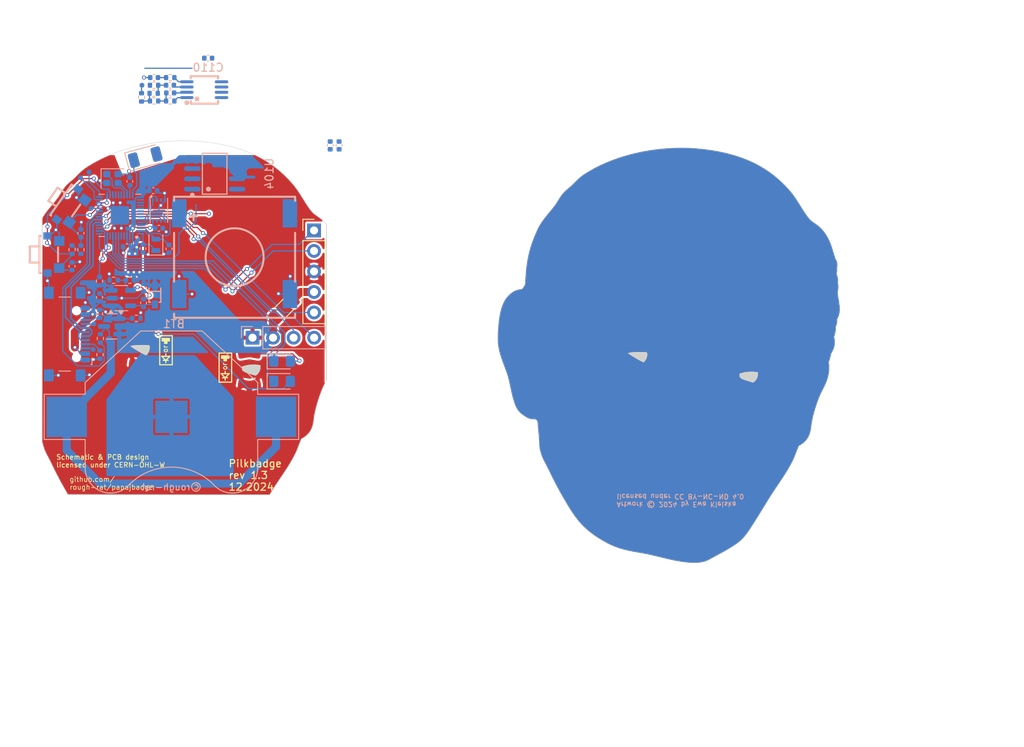
<source format=kicad_pcb>
(kicad_pcb (version 20241229) (generator "pcbnew") (generator_version "9.0")
  (layers (0 "F.Cu" signal) (2 "B.Cu" signal) (13 "F.Paste" user) (15 "B.Paste" user) (5 "F.SilkS" user "F.Silkscreen") (7 "B.SilkS" user "B.Silkscreen") (1 "F.Mask" user) (3 "B.Mask" user) (25 "Edge.Cuts" user))
  (net 0 "")
  (net 1 "Net-(D2-A)")
  (net 2 "Net-(D1-A)")
  (net 3 "Net-(U1-VINTA)")
  (net 4 "+BATT")
  (net 5 "GND")
  (net 6 "+5V")
  (net 7 "Net-(J101-CC1)")
  (net 8 "Net-(J101-CC2)")
  (net 9 "/X32O")
  (net 10 "/X32I")
  (net 11 "Net-(AE101-FEED)")
  (net 12 "/USB_DN")
  (net 13 "/USB_DP")
  (net 14 "/RX")
  (net 15 "/TX")
  (net 16 "VDD")
  (net 17 "/TCK")
  (net 18 "/TIO")
  (net 19 "Net-(U101-INP)")
  (net 20 "Net-(C110-Pad1)")
  (net 21 "Net-(C103-Pad2)")
  (net 22 "Net-(U101-Bypass)")
  (net 24 "Net-(D101-A)")
  (net 25 "Net-(U1-PA10)")
  (net 26 "Net-(U1-PA11)")
  (net 37 "Net-(U102-ADJ)")
  (net 39 "Net-(J102-Pin_4)")
  (net 40 "Net-(R105-Pad2)")
  (net 41 "Net-(U101-INN)")
  (net 42 "/SPK_EN")
  (net 43 "/SPK_MSB")
  (net 44 "Net-(SPK101-+)")
  (net 45 "Net-(U101-VON)")
  (net 48 "/SPI0_MISO")
  (net 49 "/SPI0_MOSI")
  (net 50 "/SPI0_SCLK")
  (net 51 "/SPI0_CS")
  (net 53 "Net-(R109-Pad2)")
  (net 54 "/VSENS_CR2032")
  (net 55 "/VSENS_USB")
  (net 56 "/PWM6")
  (net 57 "/PWM7")
  (net 58 "/SCL")
  (net 61 "/SDA")
  (net 62 "/nRST")
  (net 63 "/BOOT")
  (net 64 "+3.3V")
  (net 65 "Net-(J101-SBU2)")
  (net 66 "Net-(J101-SBU1)")
  (net 67 "/LEDEYE1")
  (net 68 "/LEDEYE2")
  (footprint "Resistor_SMD:R_1206_3216Metric" (layer "F.Cu") (at 120 102.5 45)
    (property "Reference" "R101" (hide yes))
    (property "Value" "50m/1206")
  )
  (footprint "Critbit_lib:eyeled" (layer "F.Cu") (at 102.2 107.3 90)
    (property "Reference" "D2" (hide yes))
    (property "Value" "LED" (hide yes))
  )
  (footprint "Connector_PinHeader_2.54mm:PinHeader_1x05_P2.54mm_Vertical" (layer "F.Cu") (at 123.7 92.82)
    (property "Reference" "J102" (hide yes))
    (property "Value" "DEBUG_CONN")
  )
  (footprint "Critbit_lib:eyeled" (layer "F.Cu") (at 115.7 109.85 90)
    (property "Reference" "D1" (hide yes))
    (property "Value" "LED" (hide yes))
  )
  (footprint "easyeda2kicad:SW-SMD_TS24CA" (layer "B.Cu") (at 93.73741 89.99171 -125)
    (property "Reference" "SW1" (hide yes))
    (property "Value" "TS24CA")
  )
  (footprint "Resistor_SMD:R_0402_1005Metric" (layer "B.Cu") (at 98.9 98.9875)
    (property "Reference" "R104" (hide yes))
    (property "Value" "18k")
  )
  (footprint "BadgeMagic:TestPoint_Pad_D0.6mm" (layer "B.Cu") (at 96.1 90.1 180)
    (property "Reference" "TP2" (hide yes))
    (property "Value" "RX")
  )
  (footprint "Capacitor_SMD:C_0402_1005Metric" (layer "B.Cu") (at 104.5 92.55)
    (property "Reference" "C8" (hide yes))
    (property "Value" "2.2uF")
  )
  (footprint "easyeda2kicad:SOD-323_L1.8-W1.3-LS2.5-RD" (layer "B.Cu") (at 104 100.8 -90)
    (property "Reference" "D101" (hide yes))
    (property "Value" "1N4148WS T4")
  )
  (footprint "Connector_PinHeader_2.54mm:PinHeader_1x04_P2.54mm_Vertical" (layer "B.Cu") (at 116.09 106.1 -90)
    (property "Reference" "U103" (hide yes))
    (property "Value" "~")
  )
  (footprint "Crystal:Crystal_SMD_2016-4Pin_2.0x1.6mm" (layer "B.Cu") (at 98.75 86.4)
    (property "Reference" "Y1" (hide yes))
    (property "Value" "32 MHz")
  )
  (footprint "BadgeMagic:USB_C_Receptacle_GCT_USB4110" (layer "B.Cu") (at 91.7 105.65 90)
    (property "Reference" "J101" (hide yes))
    (property "Value" "USB_C_Receptacle_USB2.0_16P")
  )
  (footprint "Capacitor_SMD:C_0402_1005Metric" (layer "B.Cu") (at 102.6 101.8 -90)
    (property "Reference" "C109" (hide yes))
    (property "Value" "12p")
  )
  (footprint "Resistor_SMD:R_0402_1005Metric" (layer "B.Cu") (at 100.9 98.9875)
    (property "Reference" "R103" (hide yes))
    (property "Value" "56.2k")
  )
  (footprint "Resistor_SMD:R_0402_1005Metric" (layer "B.Cu") (at 97.2 108.2 -90)
    (property "Reference" "R4" (hide yes))
    (property "Value" "5.1k")
  )
  (footprint "Capacitor_SMD:C_0402_1005Metric" (layer "B.Cu") (at 126.8 82.3 -90)
    (property "Reference" "C104" (hide yes))
    (property "Value" "1uF")
  )
  (footprint "Capacitor_SMD:C_0402_1005Metric" (layer "B.Cu") (at 105.87 74.85)
    (property "Reference" "C13" (hide yes))
    (property "Value" "100n")
  )
  (footprint "Capacitor_SMD:C_0402_1005Metric" (layer "B.Cu") (at 105.9 75.8 180)
    (property "Reference" "C105" (hide yes))
    (property "Value" "1uF")
  )
  (footprint "Resistor_SMD:R_0402_1005Metric" (layer "B.Cu") (at 93.75 95.2 90)
    (property "Reference" "R113" (hide yes))
    (property "Value" "10k")
  )
  (footprint "Capacitor_SMD:C_0402_1005Metric" (layer "B.Cu") (at 102.525 95.06 -90)
    (property "Reference" "C5" (hide yes))
    (property "Value" "12p")
  )
  (footprint "LED_SMD:LED_0805_2012Metric_Pad1.15x1.40mm_HandSolder" (layer "B.Cu") (at 119.75 111.5)
    (property "Reference" "R2" (hide yes))
    (property "Value" "470")
  )
  (footprint "Capacitor_SMD:C_0402_1005Metric" (layer "B.Cu") (at 125.7 82.3 90)
    (property "Reference" "C106" (hide yes))
    (property "Value" "100n")
  )
  (footprint "BadgeMagic:CH582-QFN-48-1EP_5x5mm_P0.35mm_EP3.7x3.7mm" (layer "B.Cu") (at 99.675 90.96 180)
    (property "Reference" "U1" (hide yes))
    (property "Value" "CH582M")
  )
  (footprint "Capacitor_SMD:C_0402_1005Metric" (layer "B.Cu") (at 103.8 87.9)
    (property "Reference" "C2" (hide yes))
    (property "Value" "2.2uF")
  )
  (footprint "Resistor_SMD:R_0402_1005Metric" (layer "B.Cu") (at 103.9 74.85)
    (property "Reference" "R108" (hide yes))
    (property "Value" "33k")
  )
  (footprint "Resistor_SMD:R_0402_1005Metric" (layer "B.Cu") (at 97.15 103.15 90)
    (property "Reference" "R5" (hide yes))
    (property "Value" "5.1k")
  )
  (footprint "Capacitor_SMD:C_0402_1005Metric" (layer "B.Cu") (at 103.9 73.9)
    (property "Reference" "C103" (hide yes))
    (property "Value" "100n")
  )
  (footprint "easyeda2kicad:SOIC-8_L4.9-W3.9-P1.27-LS6.0-BL" (layer "B.Cu") (at 111.4 85.8 90)
    (property "Reference" "U104")
    (property "Value" "LM4871_C7494970")
  )
  (footprint "BadgeMagic:USON-8_2x3" (layer "B.Cu") (at 104.5 90.35 -90)
    (property "Reference" "U5" (hide yes))
    (property "Value" "NOR Flash")
  )
  (footprint "Resistor_SMD:R_0402_1005Metric" (layer "B.Cu") (at 94.85 95.21 -90)
    (property "Reference" "R24" (hide yes))
    (property "Value" "10k")
  )
  (footprint "Capacitor_SMD:C_0402_1005Metric" (layer "B.Cu") (at 110.6 71.5)
    (property "Reference" "C110")
    (property "Value" "12p")
  )
  (footprint "Crystal:Crystal_SMD_2012-2Pin_2.0x1.2mm" (layer "B.Cu") (at 104.125 94.61 90)
    (property "Reference" "Y2" (hide yes))
    (property "Value" "XO-32K")
  )
  (footprint "easyeda2kicad:BUZ-SMD_5P-L15.0-W15.0-P13.7-BL" (layer "B.Cu") (at 113.868665 95.703236)
    (property "Reference" "SPK101" (hide yes))
    (property "Value" "FS-1540")
  )
  (footprint "Capacitor_SMD:C_0402_1005Metric" (layer "B.Cu") (at 100.9 86.75 -90)
    (property "Reference" "C1" (hide yes))
    (property "Value" "2.2uF")
  )
  (footprint "Resistor_SMD:R_0402_1005Metric" (layer "B.Cu") (at 97.25 106.2 -90)
    (property "Reference" "R111" (hide yes))
    (property "Value" "330k")
  )
  (footprint "Package_TO_SOT_SMD:SOT-23-5" (layer "B.Cu") (at 99.85 101.2)
    (property "Reference" "U102" (hide yes))
    (property "Value" "AP2127K-ADJ")
  )
  (footprint "Resistor_SMD:R_0402_1005Metric" (layer "B.Cu") (at 102.35 76.35 90)
    (property "Reference" "R109" (hide yes))
    (property "Value" "330k")
  )
  (footprint "RF_Antenna:Johanson_2450AT18x100" (layer "B.Cu") (at 102.8 83.75 15)
    (property "Reference" "AE101" (hide yes))
    (property "Value" "Antenna_Chip")
  )
  (footprint "Resistor_SMD:R_0402_1005Metric" (layer "B.Cu") (at 105.9 73.9 180)
    (property "Reference" "R106" (hide yes))
    (property "Value" "33k")
  )
  (footprint "Capacitor_SMD:C_0402_1005Metric" (layer "B.Cu") (at 102.6 99.9 -90)
    (property "Reference" "C107" (hide yes))
    (property "Value" "2.2uF")
  )
  (footprint "Resistor_SMD:R_0402_1005Metric" (layer "B.Cu") (at 103.85 75.85 180)
    (property "Reference" "R105" (hide yes))
    (property "Value" "330k")
  )
  (footprint "BadgeMagic:TestPoint_Pad_D0.6mm" (layer "B.Cu") (at 94.8 86.3)
    (property "Reference" "TP102" (hide yes))
    (property "Value" "RX")
  )
  (footprint "Resistor_SMD:R_0402_1005Metric" (layer "B.Cu") (at 105.9 76.8)
    (property "Reference" "R107" (hide yes))
    (property "Value" "10k")
  )
  (footprint "Battery:BatteryHolder_Multicomp_BC-2001_1x2032" (layer "B.Cu") (at 106.05 115.9)
    (property "Reference" "BT1" (hide yes))
    (property "Value" "CR2032")
  )
  (footprint "easyeda2kicad:SW-SMD_TS24CA" (layer "B.Cu") (at 91.3875 95.8 -90)
    (property "Reference" "SW101" (hide yes))
    (property "Value" "TS24CA")
  )
  (footprint "Resistor_SMD:R_0402_1005Metric" (layer "B.Cu") (at 97.15 99.1 -90)
    (property "Reference" "R112" (hide yes))
    (property "Value" "330k")
  )
  (footprint "Resistor_SMD:R_0402_1005Metric" (layer "B.Cu") (at 101.71 103.7 180)
    (property "Reference" "R102" (hide yes))
    (property "Value" "10k")
  )
  (footprint "easyeda2kicad:MSOP-8_L3.0-W3.0-P0.65-LS5.0-BL" (layer "B.Cu") (at 110.1 75.4 90)
    (property "Reference" "U101" (hide yes))
    (property "Value" "NS4150")
  )
  (footprint "BadgeMagic:TestPoint_Pad_D0.6mm" (layer "B.Cu") (at 96.45 104.4 180)
    (property "Reference" "TP104" (hide yes))
    (property "Value" "RX")
  )
  (footprint "BadgeMagic:TestPoint_Pad_D0.6mm" (layer "B.Cu") (at 95.85 85.6)
    (property "Reference" "TP101" (hide yes))
    (property "Value" "RX")
  )
  (footprint "Package_TO_SOT_SMD:SOT-23" (layer "B.Cu") (at 98.65 104.7 180)
    (property "Reference" "Q3" (hide yes))
    (property "Value" "AO3401A")
  )
  (footprint "LED_SMD:LED_0805_2012Metric_Pad1.15x1.40mm_HandSolder" (layer "B.Cu") (at 119.75 109)
    (property "Reference" "R1" (hide yes))
    (property "Value" "470")
  )
  (footprint "Capacitor_SMD:C_0402_1005Metric" (layer "B.Cu") (at 93.75 97.25 90)
    (property "Reference" "C108" (hide yes))
    (property "Value" "100n")
  )
  (footprint "Capacitor_SMD:C_0402_1005Metric" (layer "B.Cu") (at 97.15 101.1 90)
    (property "Reference" "C10" (hide yes))
    (property "Value" "1u")
  )
  (footprint "Capacitor_SMD:C_0402_1005Metric" (layer "B.Cu") (at 94.85 93.17 90)
    (property "Reference" "C19" (hide yes))
    (property "Value" "100n")
  )
  (footprint "BadgeMagic:TestPoint_Pad_D0.6mm" (layer "B.Cu") (at 96.35 107.55 180)
    (property "Reference" "TP105" (hide yes))
    (property "Value" "RX")
  )
  (footprint "BadgeMagic:TestPoint_Pad_D0.6mm" (layer "B.Cu") (at 102.4 74.85)
    (property "Reference" "TP103" (hide yes))
    (property "Value" "RX")
  )
  (footprint "Capacitor_SMD:C_0402_1005Metric" (layer "B.Cu") (at 105.75 95.1 -90)
    (property "Reference" "C101" (hide yes))
    (property "Value" "12p")
  )
  (footprint "Capacitor_SMD:C_0402_1005Metric" (layer "B.Cu") (at 100.55 94.85 180)
    (property "Reference" "C102" (hide yes))
    (property "Value" "2.2uF")
  )
  (footprint "Resistor_SMD:R_0402_1005Metric" (layer "B.Cu") (at 103.9 76.8 180)
    (property "Reference" "R110" (hide yes))
    (property "Value" "10k")
  )
  (gr_line (start 105.35 108.9) (end 105.35 109.2) (stroke (width 0.15)) (layer "F.SilkS"))
  (gr_line (start 112.7 111.05) (end 112.7 111.35) (stroke (width 0.15)) (layer "F.SilkS"))
  (gr_rect (start 112.25 108.35) (end 113.15 108.65) (stroke (width 0.15)) (fill yes) (layer "F.SilkS"))
  (gr_rect (start 104.9 106.2) (end 105.8 106.5) (stroke (width 0.15)) (fill yes) (layer "F.SilkS"))
  (gr_line (start 105.35 108.4) (end 105.35 108.1) (stroke (width 0.15)) (layer "F.SilkS"))
  (gr_line (start 106.15 109.45) (end 106.15 105.85) (stroke (width 0.15)) (layer "F.SilkS"))
  (gr_rect (start 112.55 108.65) (end 112.85 108.95) (stroke (width 0.15)) (fill yes) (layer "F.SilkS"))
  (gr_line (start 112.2 110.55) (end 112.7 111.05) (stroke (width 0.15)) (layer "F.SilkS"))
  (gr_line (start 112.4 111.05) (end 113 111.05) (stroke (width 0.15)) (layer "F.SilkS"))
  (gr_line (start 104.65 109.45) (end 106.15 109.45) (stroke (width 0.15)) (layer "F.SilkS"))
  (gr_line (start 104.85 108.4) (end 105.35 108.9) (stroke (width 0.15)) (layer "F.SilkS"))
  (gr_line (start 113.2 110.55) (end 112.2 110.55) (stroke (width 0.15)) (layer "F.SilkS"))
  (gr_line (start 105.35 108.9) (end 105.85 108.4) (stroke (width 0.15)) (layer "F.SilkS"))
  (gr_line (start 112 111.6) (end 113.5 111.6) (stroke (width 0.15)) (layer "F.SilkS"))
  (gr_line (start 112.7 111.05) (end 112.4 111.05) (stroke (width 0.15)) (layer "F.SilkS"))
  (gr_line (start 112.7 110.55) (end 112.7 110.25) (stroke (width 0.15)) (layer "F.SilkS"))
  (gr_line (start 105.35 108.9) (end 105.05 108.9) (stroke (width 0.15)) (layer "F.SilkS"))
  (gr_line (start 113.5 108) (end 111.95 108) (stroke (width 0.15)) (layer "F.SilkS"))
  (gr_line (start 104.6 105.85) (end 104.6 109.45) (stroke (width 0.15)) (layer "F.SilkS"))
  (gr_line (start 105.05 108.9) (end 105.65 108.9) (stroke (width 0.15)) (layer "F.SilkS"))
  (gr_line (start 112.7 111.05) (end 113.2 110.55) (stroke (width 0.15)) (layer "F.SilkS"))
  (gr_line (start 113.5 111.6) (end 113.5 108) (stroke (width 0.15)) (layer "F.SilkS"))
  (gr_line (start 111.95 108) (end 111.95 111.6) (stroke (width 0.15)) (layer "F.SilkS"))
  (gr_rect (start 105.2 106.5) (end 105.5 106.8) (stroke (width 0.15)) (fill yes) (layer "F.SilkS"))
  (gr_line (start 105.85 108.4) (end 104.85 108.4) (stroke (width 0.15)) (layer "F.SilkS"))
  (gr_line (start 106.15 105.85) (end 104.6 105.85) (stroke (width 0.15)) (layer "F.SilkS"))
  (gr_line (start 93.96467 86.405026) (end 94.064786 86.30857) (stroke (width 0.05)) (layer "Edge.Cuts"))
  (gr_line (start 123.574459 90.652043) (end 123.606827 90.682486) (stroke (width 0.05)) (layer "Edge.Cuts"))
  (gr_line (start 92.315812 88.242312) (end 92.426127 88.062916) (stroke (width 0.05)) (layer "Edge.Cuts"))
  (gr_line (start 123.712345 115.889772) (end 123.701854 115.968583) (stroke (width 0.05)) (layer "Edge.Cuts"))
  (gr_line (start 94.064786 86.30857) (end 94.160322 86.214338) (stroke (width 0.05)) (layer "Edge.Cuts"))
  (gr_line (start 90.038478 118.795119) (end 90.036825 118.73232) (stroke (width 0.05)) (layer "Edge.Cuts"))
  (gr_line (start 121.028212 87.02975) (end 121.122723 87.140749) (stroke (width 0.05)) (layer "Edge.Cuts"))
  (gr_line (start 123.390667 117.357969) (end 123.311893 117.51854) (stroke (width 0.05)) (layer "Edge.Cuts"))
  (gr_line (start 122.270382 118.548593) (end 122.252776 118.55843) (stroke (width 0.05)) (layer "Edge.Cuts"))
  (gr_line (start 90.342436 119.953334) (end 90.314469 119.88014) (stroke (width 0.05)) (layer "Edge.Cuts"))
  (gr_line (start 91.353534 121.997401) (end 91.139666 121.547221) (stroke (width 0.05)) (layer "Edge.Cuts"))
  (gr_line (start 123.606827 90.682486) (end 123.639948 90.712174) (stroke (width 0.05)) (layer "Edge.Cuts"))
  (gr_line (start 122.670664 118.27993) (end 122.579341 118.349628) (stroke (width 0.05)) (layer "Edge.Cuts"))
  (gr_line (start 93.846694 86.512099) (end 93.887321 86.476193) (stroke (width 0.05)) (layer "Edge.Cuts"))
  (gr_line (start 91.087193 121.472212) (end 91.077945 121.454386) (stroke (width 0.05)) (layer "Edge.Cuts"))
  (gr_line (start 122.165944 118.601721) (end 122.148992 118.609277) (stroke (width 0.05)) (layer "Edge.Cuts"))
  (gr_line (start 123.723761 115.809816) (end 123.712345 115.889772) (stroke (width 0.05)) (layer "Edge.Cuts"))
  (gr_line (start 117.218859 83.91406) (end 117.824721 84.270116) (stroke (width 0.05)) (layer "Edge.Cuts"))
  (gr_line (start 123.99822 114.567046) (end 123.884304 115.008962) (stroke (width 0.05)) (layer "Edge.Cuts"))
  (gr_line (start 91.79616 122.89091) (end 91.57238 122.445328) (stroke (width 0.05)) (layer "Edge.Cuts"))
  (gr_line (start 92.993043 87.279745) (end 93.04569 87.223447) (stroke (width 0.05)) (layer "Edge.Cuts"))
  (gr_line (start 90.314469 119.88014) (end 90.288274 119.807042) (stroke (width 0.05)) (layer "Edge.Cuts"))
  (gr_line (start 124.842526 112.167783) (end 124.795506 112.268801) (stroke (width 0.05)) (layer "Edge.Cuts"))
  (gr_line (start 124.795506 112.268801) (end 124.749681 112.370905) (stroke (width 0.05)) (layer "Edge.Cuts"))
  (gr_line (start 92.426127 88.062916) (end 92.48262 87.972612) (stroke (width 0.05)) (layer "Edge.Cuts"))
  (gr_line (start 92.48262 87.972612) (end 92.540362 87.882197) (stroke (width 0.05)) (layer "Edge.Cuts"))
  (gr_line (start 90.09072 119.14585) (end 90.077852 119.089478) (stroke (width 0.05)) (layer "Edge.Cuts"))
  (gr_line (start 125.16111 91.985514) (end 125.236115 92.081346) (stroke (width 0.05)) (layer "Edge.Cuts"))
  (gr_line (start 124.414815 113.234922) (end 124.268453 113.666728) (stroke (width 0.05)) (layer "Edge.Cuts"))
  (gr_line (start 91.060401 121.417326) (end 91.028092 121.342544) (stroke (width 0.05)) (layer "Edge.Cuts"))
  (gr_line (start 122.035161 118.850444) (end 121.932383 119.109088) (stroke (width 0.05)) (layer "Edge.Cuts"))
  (gr_line (start 122.148992 118.609277) (end 122.132235 118.616493) (stroke (width 0.05)) (layer "Edge.Cuts"))
  (gr_line (start 123.04835 117.911105) (end 122.982704 117.987212) (stroke (width 0.05)) (layer "Edge.Cuts"))
  (gr_line (start 121.393713 87.483014) (end 121.565158 87.717474) (stroke (width 0.05)) (layer "Edge.Cuts"))
  (gr_line (start 118.685324 124.763878) (end 118.437022 125.159178) (stroke (width 0.05)) (layer "Edge.Cuts"))
  (gr_line (start 95.247036 85.206474) (end 95.339998 85.136907) (stroke (width 0.05)) (layer "Edge.Cuts"))
  (gr_line (start 90.537125 120.388951) (end 90.468335 120.245087) (stroke (width 0.05)) (layer "Edge.Cuts"))
  (gr_line (start 90.048533 118.916178) (end 90.042439 118.856337) (stroke (width 0.05)) (layer "Edge.Cuts"))
  (gr_line (start 123.701854 115.968583) (end 123.682413 116.122765) (stroke (width 0.05)) (layer "Edge.Cuts"))
  (gr_line (start 90.185943 91.077681) (end 90.27702 90.938472) (stroke (width 0.05)) (layer "Edge.Cuts"))
  (gr_line (start 123.218654 117.677529) (end 123.166135 117.756152) (stroke (width 0.05)) (layer "Edge.Cuts"))
  (gr_line (start 121.569797 120.045378) (end 121.543137 120.110171) (stroke (width 0.05)) (layer "Edge.Cuts"))
  (gr_line (start 90.468335 120.245087) (end 90.402948 120.099615) (stroke (width 0.05)) (layer "Edge.Cuts"))
  (gr_line (start 121.289795 120.6396) (end 121.066774 121.057852) (stroke (width 0.05)) (layer "Edge.Cuts"))
  (gr_poly (pts (xy 116.319356 109.432473) (xy 116.348051 109.433167) (xy 116.376731 109.434367) (xy 116.405395 109.436073) (xy 116.43404 109.438287) (xy 117.043492 109.490211) (xy 117.048751 109.518846) (xy 117.053407 109.54766) (xy 117.05743 109.576655) (xy 117.06079 109.605835) (xy 117.063456 109.635202) (xy 117.065397 109.664759) (xy 117.066584 109.694508) (xy 117.066987 109.724454) (xy 117.066307 109.765686) (xy 117.06428 109.806594) (xy 117.060927 109.84716) (xy 117.056268 109.887364) (xy 117.050323 109.927187) (xy 117.043113 109.966609) (xy 117.034659 110.005612) (xy 117.024979 110.044176) (xy 117.014096 110.082282) (xy 117.002028 110.119911) (xy 116.988797 110.157043) (xy 116.974423 110.193659) (xy 116.942327 110.265267) (xy 116.905902 110.334582) (xy 116.865311 110.401449) (xy 116.820717 110.465714) (xy 116.772284 110.527224) (xy 116.720173 110.585825) (xy 116.664547 110.641362) (xy 116.60557 110.693683) (xy 116.543403 110.742633) (xy 116.478211 110.788058) (xy 116.478239 110.788088) (xy 116.478267 110.788117) (xy 116.478324 110.788175) (xy 116.478382 110.788233) (xy 116.478439 110.788292) (xy 116.123435 110.692669) (xy 115.325086 110.429294) (xy 115.287359 110.41615) (xy 115.250141 110.401838) (xy 115.213458 110.386374) (xy 115.177333 110.369775) (xy 115.141792 110.352057) (xy 115.10686 110.333236) (xy 115.072561 110.313328) (xy 115.03892 110.292349) (xy 115.005962 110.270316) (xy 114.973711 110.247244) (xy 114.942193 110.22315) (xy 114.911432 110.198051) (xy 114.881453 110.171961) (xy 114.852281 110.144898) (xy 114.82394 110.116877) (xy 114.796456 110.087915) (xy 114.767323 109.748886) (xy 114.76706 109.744933) (xy 114.766977 109.741004) (xy 114.767069 109.737105) (xy 114.767333 109.73324) (xy 114.767766 109.729414) (xy 114.768365 109.725631) (xy 114.769128 109.721895) (xy 114.77005 109.718211) (xy 114.771128 109.714584) (xy 114.77236 109.711017) (xy 114.773742 109.707516) (xy 114.775272 109.704085) (xy 114.776945 109.700728) (xy 114.77876 109.69745) (xy 114.780712 109.694255) (xy 114.782799 109.691148) (xy 114.785017 109.688133) (xy 114.787363 109.685215) (xy 114.789835 109.682398) (xy 114.792429 109.679687) (xy 114.795142 109.677085) (xy 114.79797 109.674599) (xy 114.800911 109.672231) (xy 114.803962 109.669988) (xy 114.807119 109.667872) (xy 114.810379 109.665888) (xy 114.81374 109.664042) (xy 114.817197 109.662337) (xy 114.820748 109.660778) (xy 114.82439 109.659369) (xy 114.828119 109.658116) (xy 114.831932 109.657021) (xy 115.416245 109.501956) (xy 115.44479 109.494822) (xy 115.473497 109.4884) (xy 115.502352 109.482699) (xy 115.531342 109.477728) (xy 115.560453 109.473495) (xy 115.589671 109.470008) (xy 115.618982 109.467275) (xy 115.648373 109.465306) (xy 116.204495 109.434763) (xy 116.233217 109.433431) (xy 116.261937 109.432605) (xy 116.290651 109.432286)) (fill yes) (layer "Edge.Cuts"))
  (gr_line (start 121.668341 119.794498) (end 121.599285 119.971696) (stroke (width 0.05)) (layer "Edge.Cuts"))
  (gr_poly (pts (xy 177.898307 110.302935) (xy 177.927002 110.303629) (xy 177.955682 110.304829) (xy 177.984346 110.306535) (xy 178.012991 110.308749) (xy 178.622443 110.360673) (xy 178.627702 110.389308) (xy 178.632358 110.418122) (xy 178.636381 110.447117) (xy 178.639741 110.476297) (xy 178.642407 110.505664) (xy 178.644348 110.535221) (xy 178.645535 110.56497) (xy 178.645938 110.594916) (xy 178.645258 110.636148) (xy 178.643231 110.677056) (xy 178.639878 110.717622) (xy 178.635219 110.757826) (xy 178.629274 110.797649) (xy 178.622064 110.837071) (xy 178.61361 110.876074) (xy 178.60393 110.914638) (xy 178.593047 110.952744) (xy 178.580979 110.990373) (xy 178.567748 111.027505) (xy 178.553374 111.064121) (xy 178.521278 111.135729) (xy 178.484853 111.205044) (xy 178.444262 111.271911) (xy 178.399668 111.336176) (xy 178.351235 111.397686) (xy 178.299124 111.456287) (xy 178.243498 111.511824) (xy 178.184521 111.564145) (xy 178.122354 111.613095) (xy 178.057162 111.65852) (xy 178.05719 111.65855) (xy 178.057218 111.658579) (xy 178.057275 111.658637) (xy 178.057333 111.658695) (xy 178.05739 111.658754) (xy 177.702386 111.563131) (xy 176.904037 111.299756) (xy 176.86631 111.286612) (xy 176.829092 111.2723) (xy 176.792409 111.256836) (xy 176.756284 111.240237) (xy 176.720743 111.222519) (xy 176.685811 111.203698) (xy 176.651512 111.18379) (xy 176.617871 111.162811) (xy 176.584913 111.140778) (xy 176.552662 111.117706) (xy 176.521144 111.093612) (xy 176.490383 111.068513) (xy 176.460404 111.042423) (xy 176.431232 111.01536) (xy 176.402891 110.987339) (xy 176.375407 110.958377) (xy 176.346274 110.619348) (xy 176.346011 110.615395) (xy 176.345928 110.611466) (xy 176.34602 110.607567) (xy 176.346284 110.603702) (xy 176.346717 110.599876) (xy 176.347316 110.596093) (xy 176.348079 110.592357) (xy 176.349001 110.588673) (xy 176.350079 110.585046) (xy 176.351311 110.581479) (xy 176.352693 110.577978) (xy 176.354223 110.574547) (xy 176.355896 110.57119) (xy 176.357711 110.567912) (xy 176.359663 110.564717) (xy 176.36175 110.56161) (xy 176.363968 110.558595) (xy 176.366314 110.555677) (xy 176.368786 110.55286) (xy 176.37138 110.550149) (xy 176.374093 110.547547) (xy 176.376921 110.545061) (xy 176.379862 110.542693) (xy 176.382913 110.54045) (xy 176.38607 110.538334) (xy 176.38933 110.53635) (xy 176.392691 110.534504) (xy 176.396148 110.532799) (xy 176.399699 110.53124) (xy 176.403341 110.529831) (xy 176.40707 110.528578) (xy 176.410883 110.527483) (xy 176.995196 110.372418) (xy 177.023741 110.365284) (xy 177.052448 110.358862) (xy 177.081303 110.353161) (xy 177.110293 110.34819) (xy 177.139404 110.343957) (xy 177.168622 110.34047) (xy 177.197933 110.337737) (xy 177.227324 110.335768) (xy 177.783446 110.305225) (xy 177.812168 110.303893) (xy 177.840888 110.303067) (xy 177.869602 110.302748)) (fill yes) (layer "Edge.Cuts"))
  (gr_line (start 90.104843 119.201863) (end 90.09072 119.14585) (stroke (width 0.05)) (layer "Edge.Cuts"))
  (gr_line (start 124.705137 112.474508) (end 124.562035 112.833083) (stroke (width 0.05)) (layer "Edge.Cuts"))
  (gr_line (start 92.095506 88.59465) (end 92.139044 88.527245) (stroke (width 0.05)) (layer "Edge.Cuts"))
  (gr_line (start 123.456495 117.196701) (end 123.390667 117.357969) (stroke (width 0.05)) (layer "Edge.Cuts"))
  (gr_line (start 103.491325 82.058826) (end 104.295348 81.940197) (stroke (width 0.05)) (layer "Edge.Cuts"))
  (gr_line (start 92.889547 87.397832) (end 92.940956 87.337843) (stroke (width 0.05)) (layer "Edge.Cuts"))
  (gr_line (start 95.437005 85.067317) (end 95.538344 84.997725) (stroke (width 0.05)) (layer "Edge.Cuts"))
  (gr_line (start 91.106825 121.505572) (end 91.096807 121.489333) (stroke (width 0.05)) (layer "Edge.Cuts"))
  (gr_line (start 123.673857 90.741238) (end 123.744171 90.798007) (stroke (width 0.05)) (layer "Edge.Cuts"))
  (gr_line (start 110.201148 81.867578) (end 110.566257 81.910724) (stroke (width 0.05)) (layer "Edge.Cuts"))
  (gr_line (start 124.336416 91.216605) (end 124.481242 91.32514) (stroke (width 0.05)) (layer "Edge.Cuts"))
  (gr_poly (pts (xy 164.490615 109.152809) (xy 164.490145 109.153045) (xy 164.490474 109.152752)) (fill yes) (layer "Edge.Cuts"))
  (gr_line (start 113.812501 82.545375) (end 114.547862 82.7661) (stroke (width 0.05)) (layer "Edge.Cuts"))
  (gr_line (start 96.886028 84.206261) (end 97.54426 83.87693) (stroke (width 0.05)) (layer "Edge.Cuts"))
  (gr_line (start 96.252165 84.556813) (end 96.886028 84.206261) (stroke (width 0.05)) (layer "Edge.Cuts"))
  (gr_line (start 93.04569 87.223447) (end 93.09878 87.168856) (stroke (width 0.05)) (layer "Edge.Cuts"))
  (gr_line (start 120.034973 85.987413) (end 120.539962 86.492807) (stroke (width 0.05)) (layer "Edge.Cuts"))
  (gr_line (start 92.540362 87.882197) (end 92.599625 87.791893) (stroke (width 0.05)) (layer "Edge.Cuts"))
  (gr_line (start 108.712519 81.75215) (end 109.088267 81.7724) (stroke (width 0.05)) (layer "Edge.Cuts"))
  (gr_line (start 123.75393 115.62413) (end 123.723761 115.809816) (stroke (width 0.05)) (layer "Edge.Cuts"))
  (gr_line (start 122.912302 118.062259) (end 122.836955 118.136135) (stroke (width 0.05)) (layer "Edge.Cuts"))
  (gr_line (start 124.857202 91.651339) (end 124.933425 91.728019) (stroke (width 0.05)) (layer "Edge.Cuts"))
  (gr_line (start 122.482313 118.417712) (end 122.37939 118.48407) (stroke (width 0.05)) (layer "Edge.Cuts"))
  (gr_line (start 93.152196 87.115883) (end 93.20582 87.064435) (stroke (width 0.05)) (layer "Edge.Cuts"))
  (gr_line (start 92.660677 87.70192) (end 92.723789 87.612497) (stroke (width 0.05)) (layer "Edge.Cuts"))
  (gr_line (start 123.55539 116.875621) (end 123.510896 117.035623) (stroke (width 0.05)) (layer "Edge.Cuts"))
  (gr_line (start 124.890656 112.067433) (end 124.842526 112.167783) (stroke (width 0.05)) (layer "Edge.Cuts"))
  (gr_line (start 101.143768 82.563937) (end 101.913901 82.371134) (stroke (width 0.05)) (layer "Edge.Cuts"))
  (gr_line (start 94.341525 86.031931) (end 94.614169 85.759686) (stroke (width 0.05)) (layer "Edge.Cuts"))
  (gr_line (start 122.765716 89.583256) (end 122.904616 89.793079) (stroke (width 0.05)) (layer "Edge.Cuts"))
  (gr_line (start 93.420052 86.872076) (end 93.628226 86.696831) (stroke (width 0.05)) (layer "Edge.Cuts"))
  (gr_line (start 90.662258 90.4049) (end 90.863494 90.149259) (stroke (width 0.05)) (layer "Edge.Cuts"))
  (gr_line (start 122.200338 118.585539) (end 122.183068 118.593812) (stroke (width 0.05)) (layer "Edge.Cuts"))
  (gr_line (start 92.739737 124.647906) (end 92.496662 124.212644) (stroke (width 0.05)) (layer "Edge.Cuts"))
  (gr_line (start 123.639948 90.712174) (end 123.673857 90.741238) (stroke (width 0.05)) (layer "Edge.Cuts"))
  (gr_line (start 90.27702 90.938472) (end 90.370471 90.80179) (stroke (width 0.05)) (layer "Edge.Cuts"))
  (gr_line (start 92.226668 88.38751) (end 92.315812 88.242312) (stroke (width 0.05)) (layer "Edge.Cuts"))
  (gr_line (start 123.818043 90.853829) (end 123.895744 90.909739) (stroke (width 0.05)) (layer "Edge.Cuts"))
  (gr_line (start 122.217729 118.576892) (end 122.200338 118.585539) (stroke (width 0.05)) (layer "Edge.Cuts"))
  (gr_line (start 105.107399 81.847167) (end 105.925845 81.780176) (stroke (width 0.05)) (layer "Edge.Cuts"))
  (gr_line (start 106.749052 81.73966) (end 107.575385 81.726057) (stroke (width 0.05)) (layer "Edge.Cuts"))
  (gr_line (start 124.933425 91.728019) (end 125.009596 91.809105) (stroke (width 0.05)) (layer "Edge.Cuts"))
  (gr_line (start 121.890375 88.196294) (end 122.046125 88.438353) (stroke (width 0.05)) (layer "Edge.Cuts"))
  (gr_line (start 94.614169 85.759686) (end 94.757966 85.622226) (stroke (width 0.05)) (layer "Edge.Cuts"))
  (gr_line (start 124.62992 91.445198) (end 124.705281 91.510183) (stroke (width 0.05)) (layer "Edge.Cuts"))
  (gr_line (start 123.542809 90.620717) (end 123.574459 90.652043) (stroke (width 0.05)) (layer "Edge.Cuts"))
  (gr_line (start 104.295348 81.940197) (end 105.107399 81.847167) (stroke (width 0.05)) (layer "Edge.Cuts"))
  (gr_line (start 91.139666 121.547221) (end 91.128217 121.534693) (stroke (width 0.05)) (layer "Edge.Cuts"))
  (gr_line (start 122.34885 88.922013) (end 122.627327 89.367524) (stroke (width 0.05)) (layer "Edge.Cuts"))
  (gr_line (start 124.749681 112.370905) (end 124.705137 112.474508) (stroke (width 0.05)) (layer "Edge.Cuts"))
  (gr_line (start 91.128217 121.534693) (end 91.117283 121.520751) (stroke (width 0.05)) (layer "Edge.Cuts"))
  (gr_line (start 123.166135 117.756152) (end 123.10943 117.834048) (stroke (width 0.05)) (layer "Edge.Cuts"))
  (gr_line (start 95.072083 85.345454) (end 95.157827 85.275997) (stroke (width 0.05)) (layer "Edge.Cuts"))
  (gr_line (start 117.824721 84.270116) (end 118.408119 84.654919) (stroke (width 0.05)) (layer "Edge.Cuts"))
  (gr_line (start 93.313224 86.965751) (end 93.420052 86.872076) (stroke (width 0.05)) (layer "Edge.Cuts"))
  (gr_line (start 121.565158 87.717474) (end 121.730382 87.955617) (stroke (width 0.05)) (layer "Edge.Cuts"))
  (gr_line (start 121.599285 119.971696) (end 121.569797 120.045378) (stroke (width 0.05)) (layer "Edge.Cuts"))
  (gr_line (start 123.884304 115.008962) (end 123.791158 115.427651) (stroke (width 0.05)) (layer "Edge.Cuts"))
  (gr_line (start 122.904616 89.793079) (end 123.044839 89.996075) (stroke (width 0.05)) (layer "Edge.Cuts"))
  (gr_line (start 92.139044 88.527245) (end 92.226668 88.38751) (stroke (width 0.05)) (layer "Edge.Cuts"))
  (gr_line (start 125.251377 111.349401) (end 125.092564 111.664411) (stroke (width 0.05)) (layer "Edge.Cuts"))
  (gr_line (start 90.863494 90.149259) (end 91.067473 89.898905) (stroke (width 0.05)) (layer "Edge.Cuts"))
  (gr_line (start 91.57238 122.445328) (end 91.353534 121.997401) (stroke (width 0.05)) (layer "Edge.Cuts"))
  (gr_line (start 93.926681 86.440519) (end 93.96467 86.405026) (stroke (width 0.05)) (layer "Edge.Cuts"))
  (gr_line (start 116.589387 83.58619) (end 117.218859 83.91406) (stroke (width 0.05)) (layer "Edge.Cuts"))
  (gr_line (start 125.085547 91.894852) (end 125.16111 91.985514) (stroke (width 0.05)) (layer "Edge.Cuts"))
  (gr_line (start 93.628226 86.696831) (end 93.718262 86.621699) (stroke (width 0.05)) (layer "Edge.Cuts"))
  (gr_line (start 95.538344 84.997725) (end 95.644305 84.92815) (stroke (width 0.05)) (layer "Edge.Cuts"))
  (gr_line (start 94.252245 86.122176) (end 94.341525 86.031931) (stroke (width 0.05)) (layer "Edge.Cuts"))
  (gr_line (start 90.264034 119.734142) (end 90.241934 119.661538) (stroke (width 0.05)) (layer "Edge.Cuts"))
  (gr_line (start 92.78923 87.523845) (end 92.838932 87.459802) (stroke (width 0.05)) (layer "Edge.Cuts"))
  (gr_line (start 90.288274 119.807042) (end 90.264034 119.734142) (stroke (width 0.05)) (layer "Edge.Cuts"))
  (gr_line (start 122.836955 118.136135) (end 122.756472 118.208729) (stroke (width 0.05)) (layer "Edge.Cuts"))
  (gr_line (start 109.832901 81.830131) (end 110.201148 81.867578) (stroke (width 0.05)) (layer "Edge.Cuts"))
  (gr_line (start 120.327314 122.284503) (end 120.066127 122.684854) (stroke (width 0.05)) (layer "Edge.Cuts"))
  (gr_line (start 92.051992 88.660195) (end 92.095506 88.59465) (stroke (width 0.05)) (layer "Edge.Cuts"))
  (gr_line (start 120.539962 86.492807) (end 121.028212 87.02975) (stroke (width 0.05)) (layer "Edge.Cuts"))
  (gr_line (start 92.496662 124.212644) (end 92.258345 123.774661) (stroke (width 0.05)) (layer "Edge.Cuts"))
  (gr_line (start 124.063727 91.025964) (end 124.196794 91.117558) (stroke (width 0.05)) (layer "Edge.Cuts"))
  (gr_line (start 100.388201 82.780589) (end 101.143768 82.563937) (stroke (width 0.05)) (layer "Edge.Cuts"))
  (gr_line (start 91.067473 89.898905) (end 91.271943 89.652229) (stroke (width 0.05)) (layer "Edge.Cuts"))
  (gr_poly (pts (xy 102.827086 107.011519) (xy 103.332691 107.035485) (xy 103.34036 107.069922) (xy 103.347132 107.10468) (xy 103.352968 107.139753) (xy 103.357829 107.175131) (xy 103.361678 107.210806) (xy 103.364474 107.246771) (xy 103.36618 107.283017) (xy 103.366757 107.319535) (xy 103.364705 107.390942) (xy 103.358621 107.461309) (xy 103.348614 107.530539) (xy 103.334793 107.598535) (xy 103.317268 107.665198) (xy 103.296148 107.73043) (xy 103.271541 107.794135) (xy 103.243557 107.856213) (xy 103.212304 107.916568) (xy 103.177893 107.975102) (xy 103.140431 108.031717) (xy 103.100029 108.086315) (xy 103.056795 108.138798) (xy 103.010839 108.189069) (xy 102.962269 108.23703) (xy 102.911523 108.28229) (xy 102.786908 108.232305) (xy 102.330171 107.993599) (xy 102.304537 107.980031) (xy 102.2791 107.966111) (xy 102.253883 107.951838) (xy 102.228909 107.937213) (xy 101.436902 107.468726) (xy 100.941164 107.136041) (xy 101.29523 107.058744) (xy 101.323665 107.052885) (xy 101.35222 107.047643) (xy 101.380885 107.043018) (xy 101.409649 107.039009) (xy 101.438502 107.035617) (xy 101.467432 107.032842) (xy 101.496428 107.030683) (xy 101.525479 107.029141) (xy 102.000542 107.008936)) (fill yes) (layer "Edge.Cuts"))
  (gr_line (start 108.33491 81.737665) (end 108.712519 81.75215) (stroke (width 0.05)) (layer "Edge.Cuts"))
  (gr_line (start 92.258345 123.774661) (end 92.024829 123.334052) (stroke (width 0.05)) (layer "Edge.Cuts"))
  (gr_line (start 123.682413 116.122765) (end 123.644616 116.410931) (stroke (width 0.05)) (layer "Edge.Cuts"))
  (gr_poly (pts (xy 102.911664 108.282347) (xy 102.911194 108.282583) (xy 102.911523 108.28229)) (fill yes) (layer "Edge.Cuts"))
  (gr_line (start 99.648832 83.020652) (end 100.388201 82.780589) (stroke (width 0.05)) (layer "Edge.Cuts"))
  (gr_line (start 123.311893 117.51854) (end 123.267176 117.598288) (stroke (width 0.05)) (layer "Edge.Cuts"))
  (gr_line (start 114.547862 82.7661) (end 115.255034 83.012771) (stroke (width 0.05)) (layer "Edge.Cuts"))
  (gr_line (start 123.406489 90.467654) (end 123.481531 90.554895) (stroke (width 0.05)) (layer "Edge.Cuts"))
  (gr_line (start 93.20582 87.064435) (end 93.313224 86.965751) (stroke (width 0.05)) (layer "Edge.Cuts"))
  (gr_line (start 91.028092 121.342544) (end 91.012738 121.307656) (stroke (width 0.05)) (layer "Edge.Cuts"))
  (gr_line (start 124.705281 91.510183) (end 124.781098 91.578812) (stroke (width 0.05)) (layer "Edge.Cuts"))
  (gr_line (start 119.5121 85.513007) (end 120.034973 85.987413) (stroke (width 0.05)) (layer "Edge.Cuts"))
  (gr_line (start 91.077945 121.454386) (end 91.060401 121.417326) (stroke (width 0.05)) (layer "Edge.Cuts"))
  (gr_line (start 94.160322 86.214338) (end 94.252245 86.122176) (stroke (width 0.05)) (layer "Edge.Cuts"))
  (gr_line (start 118.970197 85.069029) (end 119.5121 85.513007) (stroke (width 0.05)) (layer "Edge.Cuts"))
  (gr_line (start 90.466016 90.667435) (end 90.662258 90.4049) (stroke (width 0.05)) (layer "Edge.Cuts"))
  (gr_line (start 90.077852 119.089478) (end 90.066415 119.032545) (stroke (width 0.05)) (layer "Edge.Cuts"))
  (gr_line (start 95.644305 84.92815) (end 96.252165 84.556813) (stroke (width 0.05)) (layer "Edge.Cuts"))
  (gr_line (start 122.37939 118.48407) (end 122.270382 118.548593) (stroke (width 0.05)) (layer "Edge.Cuts"))
  (gr_line (start 90.066415 119.032545) (end 90.056583 118.974846) (stroke (width 0.05)) (layer "Edge.Cuts"))
  (gr_line (start 90.036825 118.73232) (end 90.05 91.4) (stroke (width 0.1)) (layer "Edge.Cuts"))
  (gr_line (start 102.696964 82.202618) (end 103.491325 82.058826) (stroke (width 0.05)) (layer "Edge.Cuts"))
  (gr_line (start 91.80239 88.999965) (end 91.884531 88.892648) (stroke (width 0.05)) (layer "Edge.Cuts"))
  (gr_line (start 91.117283 121.520751) (end 91.106825 121.505572) (stroke (width 0.05)) (layer "Edge.Cuts"))
  (gr_line (start 97.54426 83.87693) (end 98.225227 83.56926) (stroke (width 0.05)) (layer "Edge.Cuts"))
  (gr_line (start 110.566257 81.910724) (end 111.425828 82.03327) (stroke (width 0.05)) (layer "Edge.Cuts"))
  (gr_line (start 90.097523 91.219619) (end 90.185943 91.077681) (stroke (width 0.05)) (layer "Edge.Cuts"))
  (gr_line (start 90.241934 119.661538) (end 90.170371 119.426414) (stroke (width 0.05)) (layer "Edge.Cuts"))
  (gr_line (start 123.10943 117.834048) (end 123.04835 117.911105) (stroke (width 0.05)) (layer "Edge.Cuts"))
  (gr_line (start 90.056583 118.974846) (end 90.048533 118.916178) (stroke (width 0.05)) (layer "Edge.Cuts"))
  (gr_line (start 101.913901 82.371134) (end 102.696964 82.202618) (stroke (width 0.05)) (layer "Edge.Cuts"))
  (gr_line (start 121.215061 87.253389) (end 121.393713 87.483014) (stroke (width 0.05)) (layer "Edge.Cuts"))
  (gr_line (start 122.132235 118.616493) (end 122.035161 118.850444) (stroke (width 0.05)) (layer "Edge.Cuts"))
  (gr_line (start 98.927296 83.283688) (end 99.648832 83.020652) (stroke (width 0.05)) (layer "Edge.Cuts"))
  (gr_line (start 90.402948 120.099615) (end 90.342436 119.953334) (stroke (width 0.05)) (layer "Edge.Cuts"))
  (gr_line (start 121.395427 120.428576) (end 121.289795 120.6396) (stroke (width 0.05)) (layer "Edge.Cuts"))
  (gr_line (start 121.518905 120.166863) (end 121.496701 120.216245) (stroke (width 0.05)) (layer "Edge.Cuts"))
  (gr_line (start 122.046125 88.438353) (end 122.34885 88.922013) (stroke (width 0.05)) (layer "Edge.Cuts"))
  (gr_line (start 90.607846 120.530408) (end 90.537125 120.388951) (stroke (width 0.05)) (layer "Edge.Cuts"))
  (gr_line (start 123.791158 115.427651) (end 123.75393 115.62413) (stroke (width 0.05)) (layer "Edge.Cuts"))
  (gr_line (start 125.236115 92.081346) (end 125.251377 111.349401) (stroke (width 0.1)) (layer "Edge.Cuts"))
  (gr_line (start 125.092564 111.664411) (end 124.989903 111.867079) (stroke (width 0.05)) (layer "Edge.Cuts"))
  (gr_line (start 91.884531 88.892648) (end 91.964566 88.78504) (stroke (width 0.05)) (layer "Edge.Cuts"))
  (gr_line (start 115.93516 83.285948) (end 116.589387 83.58619) (stroke (width 0.05)) (layer "Edge.Cuts"))
  (gr_line (start 123.332487 90.377902) (end 123.406489 90.467654) (stroke (width 0.05)) (layer "Edge.Cuts"))
  (gr_line (start 122.627327 89.367524) (end 122.765716 89.583256) (stroke (width 0.05)) (layer "Edge.Cuts"))
  (gr_line (start 125.009596 91.809105) (end 125.085547 91.894852) (stroke (width 0.05)) (layer "Edge.Cuts"))
  (gr_line (start 118.190702 125.55571) (end 93.243504 125.515049) (stroke (width 0.1)) (layer "Edge.Cuts"))
  (gr_line (start 93.887321 86.476193) (end 93.926681 86.440519) (stroke (width 0.05)) (layer "Edge.Cuts"))
  (gr_line (start 123.510896 117.035623) (end 123.456495 117.196701) (stroke (width 0.05)) (layer "Edge.Cuts"))
  (gr_line (start 121.066774 121.057852) (end 120.830267 121.471253) (stroke (width 0.05)) (layer "Edge.Cuts"))
  (gr_line (start 91.964566 88.78504) (end 92.008385 88.723713) (stroke (width 0.05)) (layer "Edge.Cuts"))
  (gr_line (start 91.012738 121.307656) (end 91.005131 121.291459) (stroke (width 0.05)) (layer "Edge.Cuts"))
  (gr_line (start 124.196794 91.117558) (end 124.336416 91.216605) (stroke (width 0.05)) (layer "Edge.Cuts"))
  (gr_line (start 122.579341 118.349628) (end 122.482313 118.417712) (stroke (width 0.05)) (layer "Edge.Cuts"))
  (gr_line (start 90.170371 119.426414) (end 90.13615 119.313632) (stroke (width 0.05)) (layer "Edge.Cuts"))
  (gr_line (start 124.562035 112.833083) (end 124.414815 113.234922) (stroke (width 0.05)) (layer "Edge.Cuts"))
  (gr_line (start 92.599625 87.791893) (end 92.660677 87.70192) (stroke (width 0.05)) (layer "Edge.Cuts"))
  (gr_line (start 94.909832 85.484093) (end 95.072083 85.345454) (stroke (width 0.05)) (layer "Edge.Cuts"))
  (gr_line (start 91.632263 89.214758) (end 91.718261 89.107248) (stroke (width 0.05)) (layer "Edge.Cuts"))
  (gr_line (start 92.008385 88.723713) (end 92.051992 88.660195) (stroke (width 0.05)) (layer "Edge.Cuts"))
  (gr_line (start 94.757966 85.622226) (end 94.909832 85.484093) (stroke (width 0.05)) (layer "Edge.Cuts"))
  (gr_line (start 123.895744 90.909739) (end 124.063727 91.025964) (stroke (width 0.05)) (layer "Edge.Cuts"))
  (gr_line (start 93.718262 86.621699) (end 93.804906 86.548285) (stroke (width 0.05)) (layer "Edge.Cuts"))
  (gr_poly (pts (xy 169.53471 82.599424) (xy 169.913861 82.608127) (xy 170.29147 82.622612) (xy 170.667218 82.642862) (xy 171.040785 82.668861) (xy 171.411852 82.700593) (xy 171.780099 82.73804) (xy 172.145208 82.781186) (xy 173.004779 82.903732) (xy 173.83158 83.049982) (xy 174.626756 83.220497) (xy 175.391452 83.415837) (xy 176.126813 83.636562) (xy 176.833985 83.883233) (xy 177.514111 84.15641) (xy 178.168338 84.456652) (xy 178.79781 84.784522) (xy 179.403672 85.140578) (xy 179.98707 85.525381) (xy 180.549148 85.939491) (xy 181.091051 86.383469) (xy 181.613924 86.857875) (xy 182.118913 87.363269) (xy 182.607163 87.900212) (xy 182.701674 88.011211) (xy 182.794012 88.123851) (xy 182.972664 88.353476) (xy 183.144109 88.587936) (xy 183.309333 88.826079) (xy 183.469326 89.066756) (xy 183.625076 89.308815) (xy 183.927801 89.792475) (xy 184.206278 90.237986) (xy 184.344667 90.453718) (xy 184.483567 90.663541) (xy 184.62379 90.866537) (xy 184.766143 91.061784) (xy 184.838372 91.156215) (xy 184.911438 91.248364) (xy 184.98544 91.338116) (xy 185.060482 91.425357) (xy 185.090796 91.458839) (xy 185.12176 91.491179) (xy 185.15341 91.522505) (xy 185.185778 91.552948) (xy 185.218899 91.582636) (xy 185.252808 91.6117) (xy 185.323122 91.668469) (xy 185.396994 91.724291) (xy 185.474695 91.780201) (xy 185.642678 91.896426) (xy 185.775745 91.98802) (xy 185.915367 92.087067) (xy 186.060193 92.195602) (xy 186.134135 92.254064) (xy 186.208871 92.31566) (xy 186.284232 92.380645) (xy 186.360049 92.449274) (xy 186.436153 92.521801) (xy 186.512376 92.598481) (xy 186.588547 92.679567) (xy 186.664498 92.765314) (xy 186.740061 92.855976) (xy 186.815066 92.951808) (xy 186.939087 93.121409) (xy 187.053592 93.289966) (xy 187.159202 93.457505) (xy 187.25654 93.62405) (xy 187.346226 93.789626) (xy 187.428882 93.954257) (xy 187.505129 94.117969) (xy 187.57559 94.280786) (xy 187.640886 94.442732) (xy 187.701638 94.603834) (xy 187.811998 94.923601) (xy 187.911642 95.240283) (xy 188.005542 95.554081) (xy 188.063464 95.748955) (xy 188.123367 95.946207) (xy 188.186267 96.145222) (xy 188.253176 96.345383) (xy 188.284319 96.392308) (xy 188.31716 96.446205) (xy 188.350425 96.507061) (xy 188.366818 96.540096) (xy 188.382839 96.574867) (xy 188.398329 96.611373) (xy 188.413127 96.649612) (xy 188.427076 96.689582) (xy 188.440015 96.731283) (xy 188.451786 96.774713) (xy 188.462228 96.819871) (xy 188.471183 96.866755) (xy 188.47849 96.915364) (xy 188.48347 96.959772) (xy 188.486932 97.003198) (xy 188.488971 97.045613) (xy 188.489683 97.086988) (xy 188.489162 97.127294) (xy 188.487505 97.1665) (xy 188.484807 97.204578) (xy 188.481162 97.241499) (xy 188.476667 97.277233) (xy 188.471416 97.311751) (xy 188.465505 97.345024) (xy 188.45903 97.377023) (xy 188.444765 97.43708) (xy 188.429386 97.491689) (xy 188.434354 97.52457) (xy 188.438778 97.558884) (xy 188.442529 97.594607) (xy 188.445482 97.631717) (xy 188.447509 97.670194) (xy 188.448484 97.710013) (xy 188.448282 97.751155) (xy 188.446774 97.793596) (xy 188.444983 97.822553) (xy 188.442638 97.850827) (xy 188.439781 97.878408) (xy 188.436459 97.905284) (xy 188.432715 97.931443) (xy 188.428594 97.956876) (xy 188.419403 98.005518) (xy 188.409243 98.05112) (xy 188.398471 98.093594) (xy 188.387447 98.132852) (xy 188.376526 98.168806) (xy 188.38741 98.203409) (xy 188.399109 98.23929) (xy 188.421868 98.306955) (xy 188.46946 98.451061) (xy 188.492441 98.52667) (xy 188.513792 98.604661) (xy 188.532698 98.685041) (xy 188.540979 98.72613) (xy 188.548344 98.76782) (xy 188.554689 98.810111) (xy 188.559915 98.853005) (xy 188.563917 98.896503) (xy 188.566596 98.940605) (xy 188.56748 98.965467) (xy 188.567857 98.990005) (xy 188.567746 99.014215) (xy 188.567169 99.038094) (xy 188.564697 99.084839) (xy 188.560606 99.130208) (xy 188.555061 99.174166) (xy 188.548228 99.216682) (xy 188.54027 99.257723) (xy 188.531355 99.297254) (xy 188.544244 99.333994) (xy 188.5564 99.371961) (xy 188.567708 99.411151) (xy 188.578052 99.451557) (xy 188.587317 99.493175) (xy 188.595386 99.535999) (xy 188.602146 99.580023) (xy 188.607479 99.625242) (xy 188.612093 99.680933) (xy 188.614768 99.735123) (xy 188.615667 99.787782) (xy 188.614956 99.838879) (xy 188.612798 99.888383) (xy 188.609357 99.936263) (xy 188.604798 99.98249) (xy 188.599284 100.027031) (xy 188.59298 100.069858) (xy 188.58605 100.110938) (xy 188.570969 100.187739) (xy 188.555354 100.257188) (xy 188.540519 100.319041) (xy 188.522897 100.444739) (xy 188.524391 100.536318) (xy 188.531011 100.636895) (xy 188.542002 100.745049) (xy 188.556612 100.85936) (xy 188.574085 100.978407) (xy 188.593668 101.100768) (xy 188.636142 101.349754) (xy 188.63638 101.349519) (xy 188.680705 101.609419) (xy 188.721146 101.870624) (xy 188.753449 102.132215) (xy 188.765218 102.262867) (xy 188.773356 102.393271) (xy 188.777332 102.523312) (xy 188.776612 102.652874) (xy 188.770665 102.781843) (xy 188.758959 102.910103) (xy 188.740961 103.037541) (xy 188.71614 103.16404) (xy 188.683964 103.289485) (xy 188.643901 103.413763) (xy 188.635666 103.436291) (xy 188.627194 103.458323) (xy 188.618509 103.479859) (xy 188.609637 103.5009) (xy 188.591436 103.541494) (xy 188.572798 103.580106) (xy 188.553928 103.616736) (xy 188.535034 103.651383) (xy 188.516322 103.684048) (xy 188.497997 103.71473) (xy 188.45641 103.860399) (xy 188.456344 103.997953) (xy 188.454006 104.074238) (xy 188.448833 104.154846) (xy 188.444878 104.196611) (xy 188.439848 104.239264) (xy 188.433623 104.282743) (xy 188.426079 104.326981) (xy 188.417095 104.371917) (xy 188.40655 104.417485) (xy 188.394321 104.463621) (xy 188.380287 104.510262) (xy 188.374132 104.529084) (xy 188.367747 104.547576) (xy 188.354331 104.583579) (xy 188.340134 104.618283) (xy 188.325248 104.651699) (xy 188.309769 104.683837) (xy 188.293788 104.714709) (xy 188.2774 104.744325) (xy 188.260698 104.772697) (xy 188.266661 104.807645) (xy 188.271965 104.843915) (xy 188.276504 104.881462) (xy 188.28017 104.920242) (xy 188.282856 104.960213) (xy 188.284454 105.001329) (xy 188.284857 105.043546) (xy 188.283958 105.086821) (xy 188.281811 105.13092) (xy 188.278423 105.174847) (xy 188.27388 105.218603) (xy 188.268268 105.262186) (xy 188.261673 105.305595) (xy 188.254181 105.348831) (xy 188.236852 105.434777) (xy 188.216967 105.520018) (xy 188.195215 105.604548) (xy 188.148864 105.771456) (xy 188.114385 105.895772) (xy 188.097784 105.958756) (xy 188.090588 105.987709) (xy 188.084488 106.013922) (xy 188.094826 106.060204) (xy 188.11258 106.142499) (xy 188.121507 106.18689) (xy 188.13007 106.233273) (xy 188.137972 106.281516) (xy 188.144916 106.331492) (xy 188.150605 106.383069) (xy 188.154741 106.43612) (xy 188.160432 106.561545) (xy 188.161719 106.679398) (xy 188.158837 106.79019) (xy 188.152024 106.894431) (xy 188.141515 106.992633) (xy 188.127548 107.085307) (xy 188.11036 107.172963) (xy 188.090188 107.256114) (xy 188.067267 107.335269) (xy 188.041836 107.410941) (xy 188.014131 107.483639) (xy 187.984387 107.553876) (xy 187.952844 107.622162) (xy 187.919736 107.689009) (xy 187.849776 107.820428) (xy 187.815936 107.882579) (xy 187.799696 107.913112) (xy 187.783814 107.943892) (xy 187.768218 107.975378) (xy 187.752838 108.008025) (xy 187.7376 108.042291) (xy 187.722434 108.078633) (xy 187.710617 108.110225) (xy 187.699394 108.144628) (xy 187.688634 108.18168) (xy 187.678204 108.221217) (xy 187.667973 108.263079) (xy 187.657807 108.307102) (xy 187.637147 108.400983) (xy 187.611118 108.518346) (xy 187.596829 108.579668) (xy 187.581346 108.642625) (xy 187.564409 108.707125) (xy 187.545759 108.773072) (xy 187.525138 108.840375) (xy 187.502287 108.908938) (xy 187.491538 108.938786) (xy 187.480125 108.968257) (xy 187.468112 108.997371) (xy 187.455562 109.026146) (xy 187.442538 109.054602) (xy 187.429105 109.082758) (xy 187.415324 109.110633) (xy 187.401261 109.138246) (xy 187.40989 109.172148) (xy 187.418095 109.206686) (xy 187.425783 109.241812) (xy 187.43286 109.277481) (xy 187.439232 109.313646) (xy 187.444805 109.35026) (xy 187.449487 109.387276) (xy 187.453183 109.424647) (xy 187.467834 109.673106) (xy 187.4696 109.912267) (xy 187.459427 110.142576) (xy 187.438261 110.364482) (xy 187.40705 110.578432) (xy 187.36674 110.784875) (xy 187.318279 110.984257) (xy 187.262612 111.177028) (xy 187.200688 111.363633) (xy 187.133452 111.544522) (xy 187.061851 111.720141) (xy 186.986832 111.890939) (xy 186.830328 112.219863) (xy 186.671515 112.534873) (xy 186.568854 112.737541) (xy 186.469607 112.937895) (xy 186.421477 113.038245) (xy 186.374457 113.139263) (xy 186.328632 113.241367) (xy 186.284088 113.34497) (xy 186.140986 113.703545) (xy 185.993766 114.105384) (xy 185.847404 114.53719) (xy 185.70688 114.985664) (xy 185.577171 115.437508) (xy 185.463255 115.879424) (xy 185.370109 116.298113) (xy 185.332881 116.494592) (xy 185.302712 116.680278) (xy 185.291296 116.760234) (xy 185.280805 116.839045) (xy 185.261364 116.993227) (xy 185.223567 117.281393) (xy 185.199682 117.432851) (xy 185.170446 117.588043) (xy 185.134341 117.746083) (xy 185.089847 117.906085) (xy 185.035446 118.067163) (xy 184.969618 118.228431) (xy 184.890844 118.389002) (xy 184.846127 118.46875) (xy 184.797605 118.547991) (xy 184.745086 118.626614) (xy 184.688381 118.70451) (xy 184.627301 118.781567) (xy 184.561655 118.857674) (xy 184.491253 118.932721) (xy 184.415906 119.006597) (xy 184.335423 119.079191) (xy 184.249615 119.150392) (xy 184.158292 119.22009) (xy 184.061264 119.288174) (xy 183.958341 119.354532) (xy 183.849333 119.419055) (xy 183.831727 119.428892) (xy 183.814168 119.438321) (xy 183.79668 119.447354) (xy 183.779289 119.456001) (xy 183.762019 119.464274) (xy 183.744895 119.472183) (xy 183.727943 119.479739) (xy 183.711186 119.486955) (xy 183.614112 119.720906) (xy 183.511334 119.97955) (xy 183.33245 120.442719) (xy 183.247292 120.66496) (xy 183.178236 120.842158) (xy 183.148748 120.91584) (xy 183.122088 120.980633) (xy 183.097856 121.037325) (xy 183.075652 121.086707) (xy 182.974378 121.299038) (xy 182.868746 121.510062) (xy 182.645725 121.928314) (xy 182.409218 122.341715) (xy 182.161855 122.750515) (xy 181.906265 123.154965) (xy 181.645078 123.555316) (xy 181.116429 124.34472) (xy 180.677313 124.999046) (xy 180.467469 125.317927) (xy 180.264275 125.63434) (xy 180.015973 126.02964) (xy 179.769653 126.426172) (xy 179.280318 127.221171) (xy 178.537855 128.42325) (xy 178.161238 129.020929) (xy 177.778299 129.614578) (xy 177.602518 129.88037) (xy 177.423584 130.141492) (xy 177.332129 130.269785) (xy 177.238918 130.396292) (xy 177.143629 130.520806) (xy 177.045939 130.643119) (xy 176.945527 130.763027) (xy 176.842069 130.880321) (xy 176.735243 130.994796) (xy 176.624727 131.106245) (xy 176.510197 131.214462) (xy 176.391333 131.319239) (xy 176.26781 131.420371) (xy 176.139307 131.517652) (xy 175.934664 131.662952) (xy 175.72668 131.804197) (xy 175.302012 132.075933) (xy 174.867955 132.335669) (xy 174.427161 132.586218) (xy 172.649642 133.552759) (xy 172.536531 133.612668) (xy 172.423045 133.666837) (xy 172.309102 133.715528) (xy 172.194618 133.758997) (xy 172.07951 133.797503) (xy 171.963696 133.831304) (xy 171.847093 133.86066) (xy 171.729617 133.885829) (xy 171.611185 133.907068) (xy 171.491716 133.924637) (xy 171.371125 133.938794) (xy 171.24933 133.949797) (xy 171.126248 133.957906) (xy 171.001795 133.963377) (xy 170.748448 133.967444) (xy 170.485376 133.962975) (xy 170.218205 133.949993) (xy 169.947501 133.929137) (xy 169.673831 133.901046) (xy 169.119854 133.825717) (xy 168.560799 133.729119) (xy 168.001194 133.616365) (xy 167.445565 133.492568) (xy 166.364339 133.232295) (xy 165.870818 133.111814) (xy 165.397473 132.999726) (xy 164.950649 132.901074) (xy 164.739163 132.858363) (xy 164.536687 132.820902) (xy 164.128583 132.750416) (xy 163.135342 132.573075) (xy 162.634645 132.470323) (xy 162.132386 132.35124) (xy 161.880943 132.283945) (xy 161.629434 132.210614) (xy 161.377969 132.130595) (xy 161.126655 132.043238) (xy 160.875602 131.94789) (xy 160.624917 131.843901) (xy 160.374709 131.73062) (xy 160.125087 131.607395) (xy 159.685164 131.372922) (xy 159.249296 131.12339) (xy 159.033724 130.9928) (xy 158.820174 130.858235) (xy 158.608984 130.719622) (xy 158.400488 130.576893) (xy 158.195024 130.429975) (xy 157.992927 130.278799) (xy 157.794534 130.123294) (xy 157.600182 129.96339) (xy 157.410205 129.799016) (xy 157.224941 129.630101) (xy 157.044727 129.456575) (xy 156.869897 129.278367) (xy 156.699207 129.093897) (xy 156.533228 128.904295) (xy 156.371713 128.709987) (xy 156.214416 128.511403) (xy 156.061093 128.308972) (xy 155.911497 128.103121) (xy 155.622504 127.682875) (xy 155.345471 127.254094) (xy 155.078433 126.820205) (xy 154.566476 125.950816) (xy 154.318688 125.518368) (xy 154.075613 125.083106) (xy 153.837296 124.645123) (xy 153.60378 124.204514) (xy 153.375111 123.761372) (xy 153.151331 123.31579) (xy 152.932485 122.867863) (xy 152.718617 122.417683) (xy 152.707168 122.405155) (xy 152.696234 122.391213) (xy 152.685776 122.376034) (xy 152.675758 122.359795) (xy 152.666144 122.342674) (xy 152.656896 122.324848) (xy 152.639352 122.287788) (xy 152.607043 122.213006) (xy 152.591689 122.178118) (xy 152.584082 122.161921) (xy 152.576474 122.146791) (xy 152.328136 121.673372) (xy 152.186797 121.40087) (xy 152.116076 121.259413) (xy 152.047286 121.115549) (xy 151.981899 120.970077) (xy 151.921387 120.823796) (xy 151.89342 120.750602) (xy 151.867225 120.677504) (xy 151.842985 120.604604) (xy 151.820885 120.532) (xy 151.749322 120.296876) (xy 151.715101 120.184094) (xy 151.683794 120.072325) (xy 151.669671 120.016312) (xy 151.656803 119.95994) (xy 151.645366 119.903007) (xy 151.635534 119.845308) (xy 151.627484 119.78664) (xy 151.62139 119.726799) (xy 151.617429 119.665581) (xy 151.615776 119.602782) (xy 151.60168 119.923956) (xy 151.594337 119.588914) (xy 151.580689 119.250782) (xy 151.561677 118.910415) (xy 151.538244 118.568666) (xy 151.481879 117.884434) (xy 151.419126 117.204917) (xy 151.358979 116.553878) (xy 151.356702 116.534081) (xy 151.353496 116.514615) (xy 151.349388 116.495501) (xy 151.3444 116.476762) (xy 151.338556 116.45842) (xy 151.331881 116.440494) (xy 151.324398 116.423008) (xy 151.316131 116.405982) (xy 151.307104 116.389439) (xy 151.297341 116.373399) (xy 151.286866 116.357884) (xy 151.275703 116.342917) (xy 151.263876 116.328517) (xy 151.251409 116.314708) (xy 151.238325 116.30151) (xy 151.224648 116.288945) (xy 151.210403 116.277035) (xy 151.195614 116.265801) (xy 151.180304 116.255264) (xy 151.164496 116.245447) (xy 151.148216 116.236371) (xy 151.131487 116.228057) (xy 151.114334 116.220527) (xy 151.096778 116.213802) (xy 151.078846 116.207904) (xy 151.060561 116.202855) (xy 151.041946 116.198676) (xy 151.023025 116.195389) (xy 151.003823 116.193015) (xy 150.984364 116.191576) (xy 150.964671 116.191093) (xy 150.944768 116.191588) (xy 150.92182 116.192648) (xy 150.898806 116.193379) (xy 150.875748 116.193802) (xy 150.852668 116.193938) (xy 150.805837 116.193334) (xy 150.759115 116.19153) (xy 150.712548 116.188536) (xy 150.666179 116.184364) (xy 150.620053 116.179024) (xy 150.574212 116.172528) (xy 150.528702 116.164887) (xy 150.483567 116.156111) (xy 150.434948 116.14463) (xy 150.384366 116.130144) (xy 150.278027 116.092683) (xy 150.165987 116.044781) (xy 150.049682 115.987495) (xy 149.930548 115.921879) (xy 149.810021 115.848988) (xy 149.689537 115.769876) (xy 149.570533 115.685599) (xy 149.454445 115.597211) (xy 149.342709 115.505768) (xy 149.23676 115.412323) (xy 149.138036 115.317933) (xy 149.047973 115.223651) (xy 148.968006 115.130533) (xy 148.899572 115.039633) (xy 148.870128 114.995345) (xy 148.844107 114.952007) (xy 148.766029 114.806851) (xy 148.692567 114.655566) (xy 148.623423 114.498614) (xy 148.558301 114.336457) (xy 148.496904 114.169557) (xy 148.438936 113.998378) (xy 148.332098 113.645026) (xy 148.235415 113.2801) (xy 148.146512 112.907297) (xy 147.982556 112.15285) (xy 147.909194 111.808634) (xy 147.836536 111.480519) (xy 147.800032 111.324503) (xy 147.763174 111.174916) (xy 147.725788 111.032559) (xy 147.687698 110.898234) (xy 147.638177 110.736127) (xy 147.58616 110.575118) (xy 147.531879 110.414721) (xy 147.47557 110.254448) (xy 147.357799 109.932325) (xy 147.23472 109.604851) (xy 147.078298 109.187529) (xy 146.926425 108.764235) (xy 146.784971 108.332522) (xy 146.719985 108.112744) (xy 146.659804 107.889942) (xy 146.605164 107.663812) (xy 146.556797 107.434047) (xy 146.515437 107.200342) (xy 146.481817 106.96239) (xy 146.456673 106.719886) (xy 146.440736 106.472523) (xy 146.434742 106.219995) (xy 146.439424 105.961998) (xy 146.442713 105.879296) (xy 146.477304 105.152078) (xy 146.531997 104.419891) (xy 146.570141 104.056706) (xy 146.617223 103.698006) (xy 146.674547 103.345699) (xy 146.743416 103.001696) (xy 146.825135 102.667904) (xy 146.921007 102.346234) (xy 147.032337 102.038593) (xy 147.160429 101.746892) (xy 147.306586 101.473038) (xy 147.386847 101.343401) (xy 147.472113 101.218942) (xy 147.562548 101.0999) (xy 147.658314 100.986512) (xy 147.759574 100.879019) (xy 147.866492 100.777658) (xy 147.991979 100.667825) (xy 148.133164 100.55353) (xy 148.210042 100.496549) (xy 148.291321 100.440661) (xy 148.377162 100.386601) (xy 148.467722 100.335107) (xy 148.563161 100.286914) (xy 148.663637 100.242758) (xy 148.769311 100.203375) (xy 148.88034 100.169503) (xy 148.996884 100.141876) (xy 149.119102 100.121231) (xy 149.247153 100.108304) (xy 149.381195 100.103831) (xy 149.387976 100.103063) (xy 149.395303 100.100803) (xy 149.403146 100.097119) (xy 149.411477 100.092079) (xy 149.429482 100.078205) (xy 149.449084 100.059724) (xy 149.470048 100.03718) (xy 149.492138 100.011118) (xy 149.515119 99.982082) (xy 149.538757 99.950616) (xy 149.587061 99.88257) (xy 149.63517 99.811333) (xy 149.723278 99.676698) (xy 149.736897 99.654959) (xy 149.749652 99.63276) (xy 149.761549 99.610129) (xy 149.772595 99.587094) (xy 149.782796 99.563685) (xy 149.792158 99.53993) (xy 149.800686 99.515859) (xy 149.808388 99.491499) (xy 149.81527 99.466882) (xy 149.821337 99.442034) (xy 149.826596 99.416985) (xy 149.831053 99.391765) (xy 149.834715 99.366401) (xy 149.837587 99.340923) (xy 149.839675 99.315359) (xy 149.840987 99.289739) (xy 149.862497 98.799833) (xy 149.891722 98.329338) (xy 149.929098 97.876305) (xy 149.975061 97.438786) (xy 150.030047 97.01483) (xy 150.09449 96.602489) (xy 150.168828 96.199815) (xy 150.253495 95.804858) (xy 150.348928 95.415668) (xy 150.455562 95.030298) (xy 150.573832 94.646799) (xy 150.704175 94.26322) (xy 150.847026 93.877614) (xy 151.002821 93.48803) (xy 151.171996 93.092521) (xy 151.354986 92.689138) (xy 151.429966 92.534276) (xy 151.508728 92.382946) (xy 151.590992 92.234949) (xy 151.676474 92.090081) (xy 151.764894 91.948143) (xy 151.855971 91.808934) (xy 151.949422 91.672252) (xy 152.044967 91.537897) (xy 152.241209 91.275362) (xy 152.442445 91.019721) (xy 152.646424 90.769367) (xy 152.850894 90.522691) (xy 153.034082 90.301951) (xy 153.211214 90.08522) (xy 153.297212 89.97771) (xy 153.381341 89.870427) (xy 153.463482 89.76311) (xy 153.543517 89.655502) (xy 153.587336 89.594175) (xy 153.630943 89.530657) (xy 153.674457 89.465112) (xy 153.717995 89.397707) (xy 153.805619 89.257972) (xy 153.894763 89.112774) (xy 154.005078 88.933378) (xy 154.061571 88.843074) (xy 154.119313 88.752659) (xy 154.178576 88.662355) (xy 154.239628 88.572382) (xy 154.30274 88.482959) (xy 154.368181 88.394307) (xy 154.417883 88.330264) (xy 154.468498 88.268294) (xy 154.519907 88.208305) (xy 154.571994 88.150207) (xy 154.624641 88.093909) (xy 154.677731 88.039318) (xy 154.731147 87.986345) (xy 154.784771 87.934897) (xy 154.892175 87.836213) (xy 154.999003 87.742538) (xy 155.207177 87.567293) (xy 155.297213 87.492161) (xy 155.383857 87.418747) (xy 155.425645 87.382561) (xy 155.466272 87.346655) (xy 155.505632 87.310981) (xy 155.543621 87.275488) (xy 155.643737 87.179032) (xy 155.739273 87.0848) (xy 155.831196 86.992638) (xy 155.920476 86.902393) (xy 156.19312 86.630148) (xy 156.336917 86.492688) (xy 156.488783 86.354555) (xy 156.651034 86.215916) (xy 156.736778 86.146459) (xy 156.825987 86.076936) (xy 156.918949 86.007369) (xy 157.015956 85.937779) (xy 157.117295 85.868187) (xy 157.223256 85.798612) (xy 157.831116 85.427275) (xy 158.464979 85.076723) (xy 159.123211 84.747392) (xy 159.804178 84.439722) (xy 160.506247 84.15415) (xy 161.227783 83.891114) (xy 161.967152 83.651051) (xy 162.722719 83.434399) (xy 163.492852 83.241596) (xy 164.275915 83.07308) (xy 165.070276 82.929288) (xy 165.874299 82.810659) (xy 166.68635 82.717629) (xy 167.504796 82.650638) (xy 168.328003 82.610122) (xy 169.154336 82.596519)) (stroke (width 0.05)) (fill no) (layer "Edge.Cuts"))
  (gr_line (start 124.127929 114.115202) (end 123.99822 114.567046) (stroke (width 0.05)) (layer "Edge.Cuts"))
  (gr_line (start 92.838932 87.459802) (end 92.889547 87.397832) (stroke (width 0.05)) (layer "Edge.Cuts"))
  (gr_line (start 121.753499 119.572257) (end 121.668341 119.794498) (stroke (width 0.05)) (layer "Edge.Cuts"))
  (gr_line (start 91.455131 89.431489) (end 91.632263 89.214758) (stroke (width 0.05)) (layer "Edge.Cuts"))
  (gr_line (start 124.555184 91.383602) (end 124.62992 91.445198) (stroke (width 0.05)) (layer "Edge.Cuts"))
  (gr_line (start 95.339998 85.136907) (end 95.437005 85.067317) (stroke (width 0.05)) (layer "Edge.Cuts"))
  (gr_line (start 123.511845 90.588377) (end 123.542809 90.620717) (stroke (width 0.05)) (layer "Edge.Cuts"))
  (gr_line (start 122.252776 118.55843) (end 122.235217 118.567859) (stroke (width 0.05)) (layer "Edge.Cuts"))
  (gr_line (start 123.620731 116.562389) (end 123.591495 116.717581) (stroke (width 0.05)) (layer "Edge.Cuts"))
  (gr_line (start 124.781098 91.578812) (end 124.857202 91.651339) (stroke (width 0.05)) (layer "Edge.Cuts"))
  (gr_line (start 118.437022 125.159178) (end 118.190702 125.55571) (stroke (width 0.05)) (layer "Edge.Cuts"))
  (gr_line (start 123.591495 116.717581) (end 123.55539 116.875621) (stroke (width 0.05)) (layer "Edge.Cuts"))
  (gr_line (start 95.157827 85.275997) (end 95.247036 85.206474) (stroke (width 0.05)) (layer "Edge.Cuts"))
  (gr_line (start 121.496701 120.216245) (end 121.395427 120.428576) (stroke (width 0.05)) (layer "Edge.Cuts"))
  (gr_line (start 93.804906 86.548285) (end 93.846694 86.512099) (stroke (width 0.05)) (layer "Edge.Cuts"))
  (gr_line (start 98.225227 83.56926) (end 98.927296 83.283688) (stroke (width 0.05)) (layer "Edge.Cuts"))
  (gr_line (start 120.582904 121.880053) (end 120.327314 122.284503) (stroke (width 0.05)) (layer "Edge.Cuts"))
  (gr_line (start 122.183068 118.593812) (end 122.165944 118.601721) (stroke (width 0.05)) (layer "Edge.Cuts"))
  (gr_line (start 91.005131 121.291459) (end 90.997523 121.276329) (stroke (width 0.05)) (layer "Edge.Cuts"))
  (gr_line (start 118.888518 124.447465) (end 118.685324 124.763878) (stroke (width 0.05)) (layer "Edge.Cuts"))
  (gr_line (start 107.955759 81.728962) (end 108.33491 81.737665) (stroke (width 0.05)) (layer "Edge.Cuts"))
  (gr_line (start 93.09878 87.168856) (end 93.152196 87.115883) (stroke (width 0.05)) (layer "Edge.Cuts"))
  (gr_line (start 123.044839 89.996075) (end 123.187192 90.191322) (stroke (width 0.05)) (layer "Edge.Cuts"))
  (gr_line (start 123.744171 90.798007) (end 123.818043 90.853829) (stroke (width 0.05)) (layer "Edge.Cuts"))
  (gr_line (start 113.047805 82.350035) (end 113.812501 82.545375) (stroke (width 0.05)) (layer "Edge.Cuts"))
  (gr_line (start 90.042439 118.856337) (end 90.038478 118.795119) (stroke (width 0.05)) (layer "Edge.Cuts"))
  (gr_line (start 123.267176 117.598288) (end 123.218654 117.677529) (stroke (width 0.05)) (layer "Edge.Cuts"))
  (gr_line (start 115.255034 83.012771) (end 115.93516 83.285948) (stroke (width 0.05)) (layer "Edge.Cuts"))
  (gr_line (start 123.644616 116.410931) (end 123.620731 116.562389) (stroke (width 0.05)) (layer "Edge.Cuts"))
  (gr_line (start 124.989903 111.867079) (end 124.890656 112.067433) (stroke (width 0.05)) (layer "Edge.Cuts"))
  (gr_line (start 91.271943 89.652229) (end 91.455131 89.431489) (stroke (width 0.05)) (layer "Edge.Cuts"))
  (gr_line (start 122.756472 118.208729) (end 122.670664 118.27993) (stroke (width 0.05)) (layer "Edge.Cuts"))
  (gr_line (start 90.05 91.4) (end 90.097523 91.219619) (stroke (width 0.1)) (layer "Edge.Cuts"))
  (gr_line (start 120.066127 122.684854) (end 119.537478 123.474258) (stroke (width 0.05)) (layer "Edge.Cuts"))
  (gr_line (start 90.370471 90.80179) (end 90.466016 90.667435) (stroke (width 0.05)) (layer "Edge.Cuts"))
  (gr_line (start 124.268453 113.666728) (end 124.127929 114.115202) (stroke (width 0.05)) (layer "Edge.Cuts"))
  (gr_line (start 123.187192 90.191322) (end 123.259421 90.285753) (stroke (width 0.05)) (layer "Edge.Cuts"))
  (gr_poly (pts (xy 164.406037 107.881981) (xy 164.911642 107.905947) (xy 164.919311 107.940384) (xy 164.926083 107.975142) (xy 164.931919 108.010215) (xy 164.93678 108.045593) (xy 164.940629 108.081268) (xy 164.943425 108.117233) (xy 164.945131 108.153479) (xy 164.945708 108.189997) (xy 164.943656 108.261404) (xy 164.937572 108.331771) (xy 164.927565 108.401001) (xy 164.913744 108.468997) (xy 164.896219 108.53566) (xy 164.875099 108.600892) (xy 164.850492 108.664597) (xy 164.822508 108.726675) (xy 164.791255 108.78703) (xy 164.756844 108.845564) (xy 164.719382 108.902179) (xy 164.67898 108.956777) (xy 164.635746 109.00926) (xy 164.58979 109.059531) (xy 164.54122 109.107492) (xy 164.490474 109.152752) (xy 164.365859 109.102767) (xy 163.909122 108.864061) (xy 163.883488 108.850493) (xy 163.858051 108.836573) (xy 163.832834 108.8223) (xy 163.80786 108.807675) (xy 163.015853 108.339188) (xy 162.520115 108.006503) (xy 162.874181 107.929206) (xy 162.902616 107.923347) (xy 162.931171 107.918105) (xy 162.959836 107.91348) (xy 162.9886 107.909471) (xy 163.017453 107.906079) (xy 163.046383 107.903304) (xy 163.075379 107.901145) (xy 163.10443 107.899603) (xy 163.579493 107.879398)) (fill yes) (layer "Edge.Cuts"))
  (gr_line (start 91.096807 121.489333) (end 91.087193 121.472212) (stroke (width 0.05)) (layer "Edge.Cuts"))
  (gr_line (start 90.13615 119.313632) (end 90.104843 119.201863) (stroke (width 0.05)) (layer "Edge.Cuts"))
  (gr_line (start 111.425828 82.03327) (end 112.252629 82.17952) (stroke (width 0.05)) (layer "Edge.Cuts"))
  (gr_line (start 109.461834 81.798399) (end 109.832901 81.830131) (stroke (width 0.05)) (layer "Edge.Cuts"))
  (gr_line (start 121.932383 119.109088) (end 121.753499 119.572257) (stroke (width 0.05)) (layer "Edge.Cuts"))
  (gr_line (start 122.235217 118.567859) (end 122.217729 118.576892) (stroke (width 0.05)) (layer "Edge.Cuts"))
  (gr_line (start 91.718261 89.107248) (end 91.80239 88.999965) (stroke (width 0.05)) (layer "Edge.Cuts"))
  (gr_line (start 122.982704 117.987212) (end 122.912302 118.062259) (stroke (width 0.05)) (layer "Edge.Cuts"))
  (gr_line (start 90.749185 120.80291) (end 90.607846 120.530408) (stroke (width 0.05)) (layer "Edge.Cuts"))
  (gr_line (start 121.730382 87.955617) (end 121.890375 88.196294) (stroke (width 0.05)) (layer "Edge.Cuts"))
  (gr_line (start 119.537478 123.474258) (end 119.098362 124.128584) (stroke (width 0.05)) (layer "Edge.Cuts"))
  (gr_line (start 123.481531 90.554895) (end 123.511845 90.588377) (stroke (width 0.05)) (layer "Edge.Cuts"))
  (gr_line (start 124.481242 91.32514) (end 124.555184 91.383602) (stroke (width 0.05)) (layer "Edge.Cuts"))
  (gr_line (start 107.575385 81.726057) (end 107.955759 81.728962) (stroke (width 0.05)) (layer "Edge.Cuts"))
  (gr_line (start 119.098362 124.128584) (end 118.888518 124.447465) (stroke (width 0.05)) (layer "Edge.Cuts"))
  (gr_line (start 112.252629 82.17952) (end 113.047805 82.350035) (stroke (width 0.05)) (layer "Edge.Cuts"))
  (gr_line (start 109.088267 81.7724) (end 109.461834 81.798399) (stroke (width 0.05)) (layer "Edge.Cuts"))
  (gr_line (start 118.408119 84.654919) (end 118.970197 85.069029) (stroke (width 0.05)) (layer "Edge.Cuts"))
  (gr_line (start 121.543137 120.110171) (end 121.518905 120.166863) (stroke (width 0.05)) (layer "Edge.Cuts"))
  (gr_line (start 121.122723 87.140749) (end 121.215061 87.253389) (stroke (width 0.05)) (layer "Edge.Cuts"))
  (gr_line (start 92.024829 123.334052) (end 91.79616 122.89091) (stroke (width 0.05)) (layer "Edge.Cuts"))
  (gr_line (start 92.940956 87.337843) (end 92.993043 87.279745) (stroke (width 0.05)) (layer "Edge.Cuts"))
  (gr_line (start 92.723789 87.612497) (end 92.78923 87.523845) (stroke (width 0.05)) (layer "Edge.Cuts"))
  (gr_line (start 90.997523 121.276329) (end 90.749185 120.80291) (stroke (width 0.05)) (layer "Edge.Cuts"))
  (gr_line (start 93.236755 125.515038) (end 92.739737 124.647906) (stroke (width 0.05)) (layer "Edge.Cuts"))
  (gr_line (start 120.830267 121.471253) (end 120.582904 121.880053) (stroke (width 0.05)) (layer "Edge.Cuts"))
  (gr_line (start 123.259421 90.285753) (end 123.332487 90.377902) (stroke (width 0.05)) (layer "Edge.Cuts"))
  (gr_line (start 105.925845 81.780176) (end 106.749052 81.73966) (stroke (width 0.05)) (layer "Edge.Cuts"))
  (gr_text "Pilkbadge \nrev 1.3\n12.2024" (at 113.05 125.1 0) (layer "F.SilkS") (effects (font (size 0.9 0.9) (thickness 0.14)) (justify left bottom)))
  (gr_text "github.com/\nrough-rat/papajbadge" (at 93.4 124.95 0) (layer "F.SilkS") (effects (font (size 0.6 0.6) (thickness 0.08)) (justify left bottom)))
  (gr_text "or" (at 105.634092 108.020073 90) (layer "F.SilkS") (effects (font (size 0.6 0.6) (thickness 0.1) (bold yes)) (justify left bottom)))
  (gr_text "or" (at 112.984092 110.170073 90) (layer "F.SilkS") (effects (font (size 0.6 0.6) (thickness 0.1) (bold yes)) (justify left bottom)))
  (gr_text "Schematic & PCB design\nlicensed under CERN-OHL-W" (at 91.75 122.2 0) (layer "F.SilkS") (effects (font (size 0.6 0.6) (thickness 0.1) (bold yes)) (justify left bottom)))
  (gr_text "BT1" (at 106.35 104.4 0) (layer "B.SilkS") (effects (font (size 1 1)) (justify mirror)))
  (gr_text "Artwork © 2024 by Ewa Kielska\nlicensed under CC BY-NC-ND 4.0" (at 161.1 125.4 180) (layer "B.SilkS") (effects (font (size 0.6 0.6) (thickness 0.1)) (justify left bottom mirror)))
  (gr_text "©rough-rat" (at 109.85 125.05 0) (layer "B.SilkS") (effects (font (size 0.8 0.8) (thickness 0.12)) (justify left bottom mirror)))
  (segment (start 104.35 105.55) (end 102.75 105.55) (width 0.15) (layer "F.Cu") (net 1))
  (segment (start 104.45 105.65) (end 104.35 105.55) (width 0.15) (layer "F.Cu") (net 1))
  (via (at 104.45 105.65) (size 0.5) (drill 0.3) (layers "F.Cu" "B.Cu") (net 1))
  (segment (start 120.775 111.5) (end 119.872 112.403) (width 0.15) (layer "B.Cu") (net 1))
  (segment (start 119.872 112.403) (end 115.603 112.403) (width 0.15) (layer "B.Cu") (net 1))
  (segment (start 115.603 112.403) (end 112.55 109.35) (width 0.15) (layer "B.Cu") (net 1))
  (segment (start 112.55 109.35) (end 108.85 105.65) (width 0.15) (layer "B.Cu") (net 1))
  (segment (start 108.85 105.65) (end 104.45 105.65) (width 0.15) (layer "B.Cu") (net 1))
  (segment (start 116.25 108.1) (end 121.05 108.1) (width 0.15) (layer "F.Cu") (net 2))
  (segment (start 121.05 108.1) (end 121.9 108.95) (width 0.15) (layer "F.Cu") (net 2))
  (via (at 121.9 108.95) (size 0.5) (drill 0.3) (layers "F.Cu" "B.Cu") (net 2))
  (segment (start 121.85 109) (end 121.9 108.95) (width 0.15) (layer "B.Cu") (net 2))
  (segment (start 120.775 109) (end 121.85 109) (width 0.15) (layer "B.Cu") (net 2))
  (segment (start 100.9 88.42) (end 100.9 87.23) (width 0.15) (layer "B.Cu") (net 3))
  (segment (start 97.7125 105.1275) (end 97.25 105.59) (width 0.15) (layer "B.Cu") (net 4))
  (segment (start 97.7125 104.7) (end 98.35 105.3375) (width 0.15) (layer "B.Cu") (net 4))
  (segment (start 97.25 105.59) (end 97.25 105.69) (width 0.15) (layer "B.Cu") (net 4))
  (segment (start 98.55 108) (end 98.55 106.6) (width 1) (layer "B.Cu") (net 4))
  (segment (start 98.35 105.3375) (end 98.35 106.25) (width 0.15) (layer "B.Cu") (net 4))
  (segment (start 119 115.9) (end 119 119.6) (width 1) (layer "B.Cu") (net 4))
  (segment (start 98.55 110.45) (end 98.55 108) (width 1) (layer "B.Cu") (net 4))
  (segment (start 93.1 115.9) (end 98.55 110.45) (width 1) (layer "B.Cu") (net 4))
  (segment (start 97.7125 104.7) (end 97.7125 105.1275) (width 0.15) (layer "B.Cu") (net 4))
  (segment (start 119 119.6) (end 114.45 124.15) (width 1) (layer "B.Cu") (net 4))
  (segment (start 114.45 124.15) (end 97.2 124.15) (width 1) (layer "B.Cu") (net 4))
  (segment (start 97.2 124.15) (end 93.1 120.05) (width 1) (layer "B.Cu") (net 4))
  (segment (start 93.1 120.05) (end 93.1 115.9) (width 1) (layer "B.Cu") (net 4))
  (segment (start 98.55 106.6) (end 98.35 106.4) (width 1) (layer "B.Cu") (net 4))
  (via (at 97.9 102.9) (size 0.5) (drill 0.3) (layers "F.Cu" "B.Cu") (net 5))
  (via (at 97.2 86.65) (size 0.5) (drill 0.3) (layers "F.Cu" "B.Cu") (net 5))
  (via (at 99.85 92.55) (size 0.5) (drill 0.3) (layers "F.Cu" "B.Cu") (net 5))
  (via (at 100.1 95.6) (size 0.5) (drill 0.3) (layers "F.Cu" "B.Cu") (net 5))
  (via (at 95.85 100.5) (size 0.5) (drill 0.3) (layers "F.Cu" "B.Cu") (net 5))
  (via (at 98.2 90.1) (size 0.5) (drill 0.3) (layers "F.Cu" "B.Cu") (net 5))
  (via (at 96.4 108.8) (size 0.5) (drill 0.3) (layers "F.Cu" "B.Cu") (net 5))
  (via (at 119.3 100.65) (size 0.5) (drill 0.3) (layers "F.Cu" "B.Cu") (net 5))
  (via (at 99.9 101.2) (size 0.5) (drill 0.3) (layers "F.Cu" "B.Cu") (net 5))
  (via (at 103.15 95.8) (size 0.5) (drill 0.3) (layers "F.Cu" "B.Cu") (net 5))
  (via (at 91.75 92.75) (size 0.5) (drill 0.3) (layers "F.Cu" "B.Cu") (net 5))
  (via (at 95.9 110.7) (size 0.5) (drill 0.3) (layers "F.Cu" "B.Cu") (net 5))
  (via (at 120.75 98.5) (size 0.5) (drill 0.3) (layers "F.Cu" "B.Cu") (net 5))
  (via (at 99 92.55) (size 0.5) (drill 0.3) (layers "F.Cu" "B.Cu") (net 5))
  (via (at 94.3 88.75) (size 0.5) (drill 0.3) (layers "F.Cu" "B.Cu") (net 5))
  (via (at 94.9 91.8) (size 0.5) (drill 0.3) (layers "F.Cu" "B.Cu") (net 5))
  (via (at 98.35 98.2) (size 0.5) (drill 0.3) (layers "F.Cu" "B.Cu") (net 5))
  (via (at 107 98.5) (size 0.5) (drill 0.3) (layers "F.Cu" "B.Cu") (net 5))
  (via (at 104.725 89.725) (size 0.5) (drill 0.3) (layers "F.Cu" "B.Cu") (net 5))
  (via (at 105.4 93) (size 0.5) (drill 0.3) (layers "F.Cu" "B.Cu") (net 5))
  (via (at 102.25 103) (size 0.5) (drill 0.3) (layers "F.Cu" "B.Cu") (net 5))
  (via (at 108.6 100.7) (size 0.5) (drill 0.3) (layers "F.Cu" "B.Cu") (net 5))
  (via (at 98.85 89.4) (size 0.5) (drill 0.3) (layers "F.Cu" "B.Cu") (net 5))
  (via (at 102.65 73.9) (size 0.5) (drill 0.3) (layers "F.Cu" "B.Cu") (net 5))
  (via (at 100.8 85.5) (size 0.5) (drill 0.3) (layers "F.Cu" "B.Cu") (net 5))
  (via (at 95.4 101.75) (size 0.5) (drill 0.3) (layers "F.Cu" "B.Cu") (net 5))
  (via (at 99.7 89.4) (size 0.5) (drill 0.3) (layers "F.Cu" "B.Cu") (net 5))
  (via (at 105.2 88.2) (size 0.5) (drill 0.3) (layers "F.Cu" "B.Cu") (net 5))
  (via (at 90.7 99.05) (size 0.5) (drill 0.3) (layers "F.Cu" "B.Cu") (net 5))
  (via (at 92.05 110.75) (size 0.5) (drill 0.3) (layers "F.Cu" "B.Cu") (net 5))
  (via (at 105.1 95.75) (size 0.5) (drill 0.3) (layers "F.Cu" "B.Cu") (net 5))
  (via (at 94.7 96.7) (size 0.5) (drill 0.3) (layers "F.Cu" "B.Cu") (net 5))
  (segment (start 96.49 108.71) (end 96.4 108.8) (width 0.15) (layer "B.Cu") (net 5))
  (segment (start 105.1 95.75) (end 105.58 95.75) (width 0.15) (layer "B.Cu") (net 5))
  (segment (start 99 91.635) (end 99 92.55) (width 0.15) (layer "B.Cu") (net 5))
  (segment (start 95.81 100.54) (end 95.85 100.5) (width 0.15) (layer "B.Cu") (net 5))
  (segment (start 104.58 88.2) (end 105.2 88.2) (width 0.15) (layer "B.Cu") (net 5))
  (segment (start 119.353235 100.703235) (end 119.3 100.65) (width 0.15) (layer "B.Cu") (net 5))
  (segment (start 105.25 89.0625) (end 105.25 88.25) (width 0.15) (layer "B.Cu") (net 5))
  (segment (start 105.25 88.25) (end 105.2 88.2) (width 0.15) (layer "B.Cu") (net 5))
  (segment (start 108.596765 100.703235) (end 108.6 100.7) (width 0.15) (layer "B.Cu") (net 5))
  (segment (start 99.85 91.135) (end 99.85 92.55) (width 0.15) (layer "B.Cu") (net 5))
  (segment (start 95.84 110.76) (end 95.9 110.7) (width 0.15) (layer "B.Cu") (net 5))
  (segment (start 90.7025 99.0475) (end 90.7 99.05) (width 0.15) (layer "B.Cu") (net 5))
  (segment (start 100.9 86.27) (end 100.9 85.6) (width 0.15) (layer "B.Cu") (net 5))
  (segment (start 98.39 98.24) (end 98.35 98.2) (width 0.15) (layer "B.Cu") (net 5))
  (segment (start 100.48 85.85) (end 100.9 86.27) (width 0.15) (layer "B.Cu") (net 5))
  (segment (start 93.75 96.77) (end 94.63 96.77) (width 0.15) (layer "B.Cu") (net 5))
  (segment (start 105.58 95.75) (end 105.75 95.58) (width 0.15) (layer "B.Cu") (net 5))
  (segment (start 104.41 76.8) (end 105.39 76.8) (width 0.15) (layer "B.Cu") (net 5))
  (segment (start 99.45 85.85) (end 100.48 85.85) (width 0.15) (layer "B.Cu") (net 5))
  (segment (start 99.675 90.96) (end 99.675 89.425) (width 0.15) (layer "B.Cu") (net 5))
  (segment (start 90.875 99.225) (end 90.875 100.54) (width 0.15) (layer "B.Cu") (net 5))
  (segment (start 103.42 73.9) (end 102.65 73.9) (width 0.15) (layer "B.Cu") (net 5))
  (segment (start 99.675 90.96) (end 99.85 91.135) (width 0.15) (layer "B.Cu") (net 5))
  (segment (start 99.675 90.96) (end 99 91.635) (width 0.15) (layer "B.Cu") (net 5))
  (segment (start 100.07 95.57) (end 100.1 95.6) (width 0.15) (layer "B.Cu") (net 5))
  (segment (start 91.857065 92.642935) (end 91.75 92.75) (width 0.15) (layer "B.Cu") (net 5))
  (segment (start 94.495517 87.714761) (end 94.495517 88.554483) (width 0.15) (layer "B.Cu") (net 5))
  (segment (start 120.718665 98.531335) (end 120.75 98.5) (width 0.15) (layer "B.Cu") (net 5))
  (segment (start 101.78 101.2) (end 99.9 101.2) (width 0.15) (layer "B.Cu") (net 5))
  (segment (start 90.875 110.76) (end 92.04 110.76) (width 0.15) (layer "B.Cu") (net 5))
  (segment (start 91.857065 91.482858) (end 91.857065 92.642935) (width 0.15) (layer "B.Cu") (net 5))
  (segment (start 94.85 91.85) (end 94.9 91.8) (width 0.15) (layer "B.Cu") (net 5))
  (segment (start 100.9 85.6) (end 100.8 85.5) (width 0.15) (layer "B.Cu") (net 5))
  (segment (start 98.7125 101.2) (end 97.73 101.2) (width 0.15) (layer "B.Cu") (net 5))
  (segment (start 94.63 96.77) (end 94.7 96.7) (width 0.15) (layer "B.Cu") (net 5))
  (segment (start 94.805 100.54) (end 95.81 100.54) (width 0.15) (layer "B.Cu") (net 5))
  (segment (start 107.018665 100.703235) (end 107.018665 98.518665) (width 0.15) (layer "B.Cu") (net 5))
  (segment (start 95.38 101.77) (end 95.4 101.75) (width 0.15) (layer "B.Cu") (net 5))
  (segment (start 98.815 90.1) (end 98.2 90.1) (width 0.15) (layer "B.Cu") (net 5))
  (segment (start 90.7 99.05) (end 90.875 99.225) (width 0.15) (layer "B.Cu") (net 5))
  (segment (start 97.9 102.9) (end 97.64 102.64) (width 0.15) (layer "B.Cu") (net 5))
  (segment (start 92.04 110.76) (end 92.05 110.75) (width 0.15) (layer "B.Cu") (net 5))
  (segment (start 98.05 86.95) (end 97.5 86.95) (width 0.15) (layer "B.Cu") (net 5))
  (segment (start 104.28 87.9) (end 104.58 88.2) (width 0.15) (layer "B.Cu") (net 5))
  (segment (start 97.73 101.2) (end 97.15 100.62) (width 0.15) (layer "B.Cu") (net 5))
  (segment (start 92.1575 94.13) (end 92.1575 93.1575) (width 0.15) (layer "B.Cu") (net 5))
  (segment (start 105.4 92.97) (end 104.98 92.55) (width 0.15) (layer "B.Cu") (net 5))
  (segment (start 95.38 108.850002) (end 96.349998 108.850002) (width 0.15) (layer "B.Cu") (net 5))
  (segment (start 105.39 76.8) (end 105.39 75.83) (width 0.15) (layer "B.Cu") (net 5))
  (segment (start 99.675 90.96) (end 98.815 90.1) (width 0.15) (layer "B.Cu") (net 5))
  (segment (start 94.495517 88.554483) (end 94.3 88.75) (width 0.15) (layer "B.Cu") (net 5))
  (segment (start 120.718665 100.703235) (end 119.353235 100.703235) (width 0.15) (layer "B.Cu") (net 5))
  (segment (start 104.5 89.95) (end 104.5 90.35) (width 0.15) (layer "B.Cu") (net 5))
  (segment (start 105.39 75.83) (end 105.42 75.8) (width 0.15) (layer "B.Cu") (net 5))
  (segment (start 95.32603 89.06538) (end 94.61538 89.06538) (width 0.15) (layer "B.Cu") (net 5))
  (segment (start 94.85 92.69) (end 94.85 91.85) (width 0.15) (layer "B.Cu") (net 5))
  (segment (start 92.1575 93.1575) (end 91.75 92.75) (width 0.15) (layer "B.Cu") (net 5))
  (segment (start 99.675 89.425) (end 99.7 89.4) (width 0.15) (layer "B.Cu") (net 5))
  (segment (start 90.7025 98.1) (end 90.7025 99.0475) (width 0.15) (layer "B.Cu") (net 5))
  (segment (start 102.785 95.8) (end 102.525 95.54) (width 0.15) (layer "B.Cu") (net 5))
  (segment (start 94.805 110.76) (end 95.84 110.76) (width 0.15) (layer "B.Cu") (net 5))
  (segment (start 107.018665 100.703235) (end 108.596765 100.703235) (width 0.15) (layer "B.Cu") (net 5))
  (segment (start 107.018665 98.518665) (end 107 98.5) (width 0.15) (layer "B.Cu") (net 5))
  (segment (start 98.85 90.135) (end 98.85 89.4) (width 0.15) (layer "B.Cu") (net 5))
  (segment (start 105.4 93) (end 105.4 92.97) (width 0.15) (layer "B.Cu") (net 5))
  (segment (start 103.15 95.8) (end 102.785 95.8) (width 0.15) (layer "B.Cu") (net 5))
  (segment (start 95.38 102.45) (end 95.38 101.77) (width 0.15) (layer "B.Cu") (net 5))
  (segment (start 102.22 103.03) (end 102.25 103) (width 0.15) (layer "B.Cu") (net 5))
  (segment (start 104.725 89.725) (end 105.25 89.2) (width 0.15) (layer "B.Cu") (net 5))
  (segment (start 100.07 94.85) (end 100.07 95.57) (width 0.15) (layer "B.Cu") (net 5))
  (segment (start 98.7125 101.2) (end 99.9 101.2) (width 0.15) (layer "B.Cu") (net 5))
  (segment (start 90.7025 93.5) (end 91 93.5) (width 0.15) (layer "B.Cu") (net 5))
  (segment (start 96.349998 108.850002) (end 96.4 108.8) (width 0.15) (layer "B.Cu") (net 5))
  (segment (start 97.5 86.95) (end 97.2 86.65) (width 0.15) (layer "B.Cu") (net 5))
  (segment (start 91 93.5) (end 91.75 92.75) (width 0.15) (layer "B.Cu") (net 5))
  (segment (start 120.718665 100.703235) (end 120.718665 98.531335) (width 0.15) (layer "B.Cu") (net 5))
  (segment (start 102.6 100.38) (end 101.78 101.2) (width 0.15) (layer "B.Cu") (net 5))
  (segment (start 98.39 98.9875) (end 98.39 98.24) (width 0.15) (layer "B.Cu") (net 5))
  (segment (start 99.675 90.96) (end 98.85 90.135) (width 0.15) (layer "B.Cu") (net 5))
  (segment (start 97.64 102.64) (end 97.15 102.64) (width 0.15) (layer "B.Cu") (net 5))
  (segment (start 104.725 89.725) (end 104.5 89.95) (width 0.15) (layer "B.Cu") (net 5))
  (segment (start 94.61538 89.06538) (end 94.3 88.75) (width 0.15) (layer "B.Cu") (net 5))
  (segment (start 102.22 103.7) (end 102.22 103.03) (width 0.15) (layer "B.Cu") (net 5))
  (segment (start 105.25 89.2) (end 105.25 89.0625) (width 0.15) (layer "B.Cu") (net 5))
  (segment (start 97.2 108.71) (end 96.49 108.71) (width 0.15) (layer "B.Cu") (net 5))
  (segment (start 94.1 105.4) (end 96.3 103.2) (width 1) (layer "F.Cu") (net 6))
  (segment (start 94.1 107.3) (end 94.1 105.4) (width 1) (layer "F.Cu") (net 6))
  (via (at 96.3 103.2) (size 0.5) (drill 0.3) (layers "F.Cu" "B.Cu") (net 6))
  (via (at 94.1 107.3) (size 0.5) (drill 0.3) (layers "F.Cu" "B.Cu") (net 6))
  (segment (start 96.45 100.88) (end 97.15 101.58) (width 0.15) (layer "B.Cu") (net 6))
  (segment (start 94.805001 108.005001) (end 94.1 107.3) (width 0.15) (layer "B.Cu") (net 6))
  (segment (start 96.25 103.25) (end 96.3 103.2) (width 0.15) (layer "B.Cu") (net 6))
  (segment (start 96.45 100.31) (end 96.45 100.88) (width 0.15) (layer "B.Cu") (net 6))
  (segment (start 97.72 102.15) (end 97.15 101.58) (width 0.15) (layer "B.Cu") (net 6))
  (segment (start 98.7125 102.15) (end 97.72 102.15) (width 0.15) (layer "B.Cu") (net 6))
  (segment (start 97.15 101.758374) (end 97.15 101.58) (width 0.15) (layer "B.Cu") (net 6))
  (segment (start 98.0725 99.61) (end 98.7125 100.25) (width 0.15) (layer "B.Cu") (net 6))
  (segment (start 95.658374 103.25) (end 97.15 101.758374) (width 0.15) (layer "B.Cu") (net 6))
  (segment (start 98.7125 102.15) (end 99.5875 103.025) (width 0.15) (layer "B.Cu") (net 6))
  (segment (start 95.38 108.05) (end 94.805001 108.05) (width 0.15) (layer "B.Cu") (net 6))
  (segment (start 98.076834 103.75) (end 99.5875 103.75) (width 0.15) (layer "B.Cu") (net 6))
  (segment (start 95.38 103.25) (end 95.658374 103.25) (width 0.15) (layer "B.Cu") (net 6))
  (segment (start 95.38 103.25) (end 96.25 103.25) (width 0.15) (layer "B.Cu") (net 6))
  (segment (start 99.5875 103.75) (end 101.15 103.75) (width 0.15) (layer "B.Cu") (net 6))
  (segment (start 101.15 103.75) (end 101.2 103.7) (width 0.15) (layer "B.Cu") (net 6))
  (segment (start 94.805001 108.05) (end 94.805001 108.005001) (width 0.15) (layer "B.Cu") (net 6))
  (segment (start 96.313 103.187) (end 97.513834 103.187) (width 0.15) (layer "B.Cu") (net 6))
  (segment (start 97.513834 103.187) (end 98.076834 103.75) (width 0.15) (layer "B.Cu") (net 6))
  (segment (start 99.5875 103.025) (end 99.5875 103.75) (width 0.15) (layer "B.Cu") (net 6))
  (segment (start 97.15 99.61) (end 96.45 100.31) (width 0.15) (layer "B.Cu") (net 6))
  (segment (start 96.3 103.2) (end 96.313 103.187) (width 0.15) (layer "B.Cu") (net 6))
  (segment (start 97.15 99.61) (end 98.0725 99.61) (width 0.15) (layer "B.Cu") (net 6))
  (segment (start 97.2 107.63) (end 97.2 107.69) (width 0.15) (layer "B.Cu") (net 7))
  (segment (start 95.38 106.9) (end 96.47 106.9) (width 0.15) (layer "B.Cu") (net 7))
  (segment (start 96.47 106.9) (end 97.2 107.63) (width 0.15) (layer "B.Cu") (net 7))
  (segment (start 97.15 103.66) (end 96.5925 103.66) (width 0.15) (layer "B.Cu") (net 8))
  (segment (start 96.5925 103.66) (end 96.3525 103.9) (width 0.15) (layer "B.Cu") (net 8))
  (segment (start 96.3525 103.9) (end 95.38 103.9) (width 0.15) (layer "B.Cu") (net 8))
  (segment (start 99.582333 86.95) (end 100.55 87.917667) (width 0.15) (layer "B.Cu") (net 9))
  (segment (start 100.55 87.917667) (end 100.55 88.42) (width 0.15) (layer "B.Cu") (net 9))
  (segment (start 99.45 86.95) (end 99.582333 86.95) (width 0.15) (layer "B.Cu") (net 9))
  (segment (start 100.2 87.960818) (end 99.792182 87.553) (width 0.15) (layer "B.Cu") (net 10))
  (segment (start 98.703 87.22847) (end 98.703 86.503) (width 0.15) (layer "B.Cu") (net 10))
  (segment (start 98.703 86.503) (end 98.05 85.85) (width 0.15) (layer "B.Cu") (net 10))
  (segment (start 99.792182 87.553) (end 99.02753 87.553) (width 0.15) (layer "B.Cu") (net 10))
  (segment (start 99.02753 87.553) (end 98.703 87.22847) (width 0.15) (layer "B.Cu") (net 10))
  (segment (start 100.2 88.42) (end 100.2 87.960818) (width 0.15) (layer "B.Cu") (net 10))
  (segment (start 101.25 88.42) (end 101.25 87.85) (width 0.15) (layer "B.Cu") (net 11))
  (segment (start 101.399408 85.449408) (end 101.399408 84.125288) (width 0.15) (layer "B.Cu") (net 11))
  (segment (start 101.25 87.85) (end 101.75 87.35) (width 0.15) (layer "B.Cu") (net 11))
  (segment (start 101.75 87.35) (end 101.75 85.8) (width 0.15) (layer "B.Cu") (net 11))
  (segment (start 101.75 85.8) (end 101.399408 85.449408) (width 0.15) (layer "B.Cu") (net 11))
  (segment (start 94.874416 106.400002) (end 94.577 106.102586) (width 0.2) (layer "B.Cu") (net 12))
  (segment (start 95.95 97.027092) (end 95.95 92.000258) (width 0.2) (layer "B.Cu") (net 12))
  (segment (start 95.95 92.000258) (end 96.465258 91.485) (width 0.2) (layer "B.Cu") (net 12))
  (segment (start 94.75 105.4) (end 92.95 103.6) (width 0.2) (layer "B.Cu") (net 12))
  (segment (start 92.95 103.6) (end 92.95 100.027092) (width 0.2) (layer "B.Cu") (net 12))
  (segment (start 94.577 105.573) (end 94.75 105.4) (width 0.2) (layer "B.Cu") (net 12))
  (segment (start 92.95 100.027092) (end 95.95 97.027092) (width 0.2) (layer "B.Cu") (net 12))
  (segment (start 94.75 105.4) (end 95.379999 105.4) (width 0.2) (layer "B.Cu") (net 12))
  (segment (start 95.38 106.400002) (end 94.874416 106.400002) (width 0.2) (layer "B.Cu") (net 12))
  (segment (start 96.465258 91.485) (end 97.135 91.485) (width 0.2) (layer "B.Cu") (net 12))
  (segment (start 94.577 106.102586) (end 94.577 105.573) (width 0.2) (layer "B.Cu") (net 12))
  (segment (start 95.885585 105.9) (end 96.182999 105.602586) (width 0.2) (layer "B.Cu") (net 13))
  (segment (start 95.760541 97.728999) (end 96.35 97.13954) (width 0.2) (layer "B.Cu") (net 13))
  (segment (start 95.721001 97.728999) (end 95.760541 97.728999) (width 0.2) (layer "B.Cu") (net 13))
  (segment (start 96.35 97.13954) (end 96.35 92.125462) (width 0.2) (layer "B.Cu") (net 13))
  (segment (start 96.182999 105.602586) (end 96.182999 105.197413) (width 0.2) (layer "B.Cu") (net 13))
  (segment (start 96.640462 91.835) (end 97.135 91.835) (width 0.2) (layer "B.Cu") (net 13))
  (segment (start 95.38 105.9) (end 95.885585 105.9) (width 0.2) (layer "B.Cu") (net 13))
  (segment (start 96.35 92.125462) (end 96.640462 91.835) (width 0.2) (layer "B.Cu") (net 13))
  (segment (start 93.629 99.821) (end 95.721001 97.728999) (width 0.2) (layer "B.Cu") (net 13))
  (segment (start 94.805001 104.9) (end 93.629 103.723999) (width 0.2) (layer "B.Cu") (net 13))
  (segment (start 96.182999 105.197413) (end 95.885586 104.9) (width 0.2) (layer "B.Cu") (net 13))
  (segment (start 95.38 104.9) (end 94.805001 104.9) (width 0.2) (layer "B.Cu") (net 13))
  (segment (start 95.885586 104.9) (end 95.38 104.9) (width 0.2) (layer "B.Cu") (net 13))
  (segment (start 93.629 103.723999) (end 93.629 99.821) (width 0.2) (layer "B.Cu") (net 13))
  (segment (start 96.115 90.085) (end 96.1 90.1) (width 0.15) (layer "B.Cu") (net 14))
  (segment (start 97.135 90.085) (end 96.115 90.085) (width 0.15) (layer "B.Cu") (net 14))
  (segment (start 106.8 90.5) (end 98.5 90.5) (width 0.15) (layer "F.Cu") (net 15))
  (segment (start 108.75 92.45) (end 106.8 90.5) (width 0.15) (layer "F.Cu") (net 15))
  (segment (start 98.5 90.5) (end 97.95 91.05) (width 0.15) (layer "F.Cu") (net 15))
  (segment (start 109.95 93.15) (end 109.25 92.45) (width 0.15) (layer "F.Cu") (net 15))
  (segment (start 109.25 92.45) (end 108.75 92.45) (width 0.15) (layer "F.Cu") (net 15))
  (via (at 109.95 93.15) (size 0.5) (drill 0.3) (layers "F.Cu" "B.Cu") (net 15))
  (via (at 97.95 91.05) (size 0.5) (drill 0.3) (layers "F.Cu" "B.Cu") (net 15))
  (segment (start 109.95 93.15) (end 110.10943 93.15) (width 0.15) (layer "B.Cu") (net 15))
  (segment (start 97.865 91.135) (end 97.95 91.05) (width 0.15) (layer "B.Cu") (net 15))
  (segment (start 97.135 91.135) (end 97.865 91.135) (width 0.15) (layer "B.Cu") (net 15))
  (segment (start 110.10943 93.15) (end 119.93943 102.98) (width 0.15) (layer "B.Cu") (net 15))
  (segment (start 119.93943 102.98) (end 123.7 102.98) (width 0.15) (layer "B.Cu") (net 15))
  (segment (start 103.35 92.45) (end 101.35 92.45) (width 0.15) (layer "F.Cu") (net 16))
  (segment (start 103.4 92.5) (end 103.35 92.45) (width 0.15) (layer "F.Cu") (net 16))
  (segment (start 101.35 92.45) (end 101.25 92.55) (width 0.15) (layer "F.Cu") (net 16))
  (segment (start 118.63 106.1) (end 118.63 103.87) (width 1) (layer "F.Cu") (net 16))
  (segment (start 118.63 103.87) (end 118.965856 103.534144) (width 1) (layer "F.Cu") (net 16))
  (via (at 101.55 95.7) (size 0.5) (drill 0.3) (layers "F.Cu" "B.Cu") (net 16))
  (via (at 103.4 92.5) (size 0.5) (drill 0.3) (layers "F.Cu" "B.Cu") (net 16))
  (via (at 101.4 98) (size 0.5) (drill 0.3) (layers "F.Cu" "B.Cu") (net 16))
  (via (at 100.85 95.7) (size 0.5) (drill 0.3) (layers "F.Cu" "B.Cu") (net 16))
  (via (at 102.1 98) (size 0.5) (drill 0.3) (layers "F.Cu" "B.Cu") (net 16))
  (via (at 101.25 92.55) (size 0.5) (drill 0.3) (layers "F.Cu" "B.Cu") (net 16))
  (via (at 101.75 94.9) (size 0.5) (drill 0.3) (layers "F.Cu" "B.Cu") (net 16))
  (via (at 100.7 98) (size 0.5) (drill 0.3) (layers "F.Cu" "B.Cu") (net 16))
  (segment (start 104.12 92.45) (end 103.92 92.45) (width 0.15) (layer "B.Cu") (net 16))
  (segment (start 101.4 98) (end 102.1 98) (width 0.15) (layer "B.Cu") (net 16))
  (segment (start 100.9 93.5) (end 100.9 92.9) (width 0.15) (layer "B.Cu") (net 16))
  (segment (start 100.9 92.9) (end 101.25 92.55) (width 0.15) (layer "B.Cu") (net 16))
  (segment (start 101.4 98) (end 100.7 98) (width 0.15) (layer "B.Cu") (net 16))
  (segment (start 103.4 92.5) (end 103.5 92.4) (width 0.15) (layer "B.Cu") (net 16))
  (segment (start 103.85 92.55) (end 104.02 92.55) (width 0.15) (layer "B.Cu") (net 16))
  (segment (start 101.25 93.5) (end 101.25 94.63) (width 0.15) (layer "B.Cu") (net 16))
  (segment (start 102.215 88.685) (end 102.5 88.4) (width 0.15) (layer "B.Cu") (net 16))
  (segment (start 103.7 92.4) (end 103.85 92.55) (width 0.15) (layer "B.Cu") (net 16))
  (segment (start 101.25 92.55) (end 101.562 92.238) (width 0.15) (layer "B.Cu") (net 16))
  (segment (start 100.55 92.7) (end 100.7 92.55) (width 0.15) (layer "B.Cu") (net 16))
  (segment (start 108.6 72.75) (end 102.75 72.75) (width 0.15) (layer "B.Cu") (net 16))
  (segment (start 102.415 88.685) (end 103.2 87.9) (width 0.15) (layer "B.Cu") (net 16))
  (segment (start 102.5 88.4) (end 102.5 87.5) (width 0.15) (layer "B.Cu") (net 16))
  (segment (start 102.215 88.685) (end 102.415 88.685) (width 0.15) (layer "B.Cu") (net 16))
  (segment (start 101.25 94.63) (end 101.03 94.85) (width 0.15) (layer "B.Cu") (net 16))
  (segment (start 101.25 93.5) (end 101.25 92.55) (width 0.15) (layer "B.Cu") (net 16))
  (segment (start 103.5 92.4) (end 103.7 92.4) (width 0.15) (layer "B.Cu") (net 16))
  (segment (start 100.9 93.5) (end 100.9 94.72) (width 0.15) (layer "B.Cu") (net 16))
  (segment (start 101.41 98.01) (end 101.4 98) (width 0.15) (layer "B.Cu") (net 16))
  (segment (start 101.562 92.238) (end 101.562 88.878818) (width 0.15) (layer "B.Cu") (net 16))
  (segment (start 101.41 98.9875) (end 101.41 98.01) (width 0.15) (layer "B.Cu") (net 16))
  (segment (start 103.75 92.28) (end 103.75 91.6375) (width 0.15) (layer "B.Cu") (net 16))
  (segment (start 101.562 88.878818) (end 101.755818 88.685) (width 0.15) (layer "B.Cu") (net 16))
  (segment (start 103.92 92.45) (end 103.75 92.28) (width 0.15) (layer "B.Cu") (net 16))
  (segment (start 103.2 87.9) (end 103.32 87.9) (width 0.15) (layer "B.Cu") (net 16))
  (segment (start 104.02 92.55) (end 104.12 92.45) (width 0.15) (layer "B.Cu") (net 16))
  (segment (start 100.55 94.37) (end 101.03 94.85) (width 0.15) (layer "B.Cu") (net 16))
  (segment (start 101.755818 88.685) (end 102.215 88.685) (width 0.15) (layer "B.Cu") (net 16))
  (segment (start 100.55 93.5) (end 100.55 94.37) (width 0.15) (layer "B.Cu") (net 16))
  (segment (start 100.7 92.55) (end 101.25 92.55) (width 0.15) (layer "B.Cu") (net 16))
  (segment (start 100.9 94.72) (end 101.03 94.85) (width 0.15) (layer "B.Cu") (net 16))
  (segment (start 106.95 83.9) (end 103.32 87.53) (width 0.15) (layer "B.Cu") (net 16))
  (segment (start 103.32 87.53) (end 103.32 87.9) (width 0.15) (layer "B.Cu") (net 16))
  (segment (start 100.55 93.5) (end 100.55 92.7) (width 0.15) (layer "B.Cu") (net 16))
  (segment (start 115.3 97.6) (end 115.4 97.6) (width 0.15) (layer "F.Cu") (net 17))
  (segment (start 112.75 100.15) (end 115.3 97.6) (width 0.15) (layer "F.Cu") (net 17))
  (via (at 112.75 100.15) (size 0.5) (drill 0.3) (layers "F.Cu" "B.Cu") (net 17))
  (via (at 115.4 97.6) (size 0.5) (drill 0.3) (layers "F.Cu" "B.Cu") (net 17))
  (segment (start 115.4 97.6) (end 115.45 97.6) (width 0.15) (layer "B.Cu") (net 17))
  (segment (start 121.85 94.55) (end 123.58 92.82) (width 0.15) (layer "B.Cu") (net 17))
  (segment (start 115.45 97.6) (end 118.5 94.55) (width 0.15) (layer "B.Cu") (net 17))
  (segment (start 99.624 97.524) (end 97.135 95.035) (width 0.15) (layer "B.Cu") (net 17))
  (segment (start 97.135 95.035) (end 97.135 93.235) (width 0.15) (layer "B.Cu") (net 17))
  (segment (start 118.5 94.55) (end 121.85 94.55) (width 0.15) (layer "B.Cu") (net 17))
  (segment (start 110.124 97.524) (end 99.624 97.524) (width 0.15) (layer "B.Cu") (net 17))
  (segment (start 123.58 92.82) (end 123.7 92.82) (width 0.15) (layer "B.Cu") (net 17))
  (segment (start 112.75 100.15) (end 110.124 97.524) (width 0.15) (layer "B.Cu") (net 17))
  (segment (start 113.6 100.35) (end 113.65 100.35) (width 0.15) (layer "F.Cu") (net 18))
  (segment (start 113.65 100.35) (end 115.95 98.05) (width 0.15) (layer "F.Cu") (net 18))
  (via (at 115.95 98.05) (size 0.5) (drill 0.3) (layers "F.Cu" "B.Cu") (net 18))
  (via (at 113.6 100.35) (size 0.5) (drill 0.3) (layers "F.Cu" "B.Cu") (net 18))
  (segment (start 99.8 97.2) (end 97.797 95.197) (width 0.15) (layer "B.Cu") (net 18))
  (segment (start 97.797 93.087818) (end 97.594182 92.885) (width 0.15) (layer "B.Cu") (net 18))
  (segment (start 118.64 95.36) (end 123.7 95.36) (width 0.15) (layer "B.Cu") (net 18))
  (segment (start 115.95 98.05) (end 118.64 95.36) (width 0.15) (layer "B.Cu") (net 18))
  (segment (start 97.594182 92.885) (end 97.135 92.885) (width 0.15) (layer "B.Cu") (net 18))
  (segment (start 113.6 100.25) (end 110.55 97.2) (width 0.15) (layer "B.Cu") (net 18))
  (segment (start 113.6 100.35) (end 113.6 100.25) (width 0.15) (layer "B.Cu") (net 18))
  (segment (start 110.55 97.2) (end 99.8 97.2) (width 0.15) (layer "B.Cu") (net 18))
  (segment (start 97.797 95.197) (end 97.797 93.087818) (width 0.15) (layer "B.Cu") (net 18))
  (segment (start 106.57 75.07) (end 106.35 74.85) (width 0.15) (layer "B.Cu") (net 19))
  (segment (start 107.95 75.07) (end 106.57 75.07) (width 0.15) (layer "B.Cu") (net 19))
  (segment (start 104.41 75.8) (end 104.36 75.85) (width 0.15) (layer "B.Cu") (net 20))
  (segment (start 104.41 74.85) (end 105.39 74.85) (width 0.15) (layer "B.Cu") (net 20))
  (segment (start 104.41 74.85) (end 104.41 75.8) (width 0.15) (layer "B.Cu") (net 20))
  (segment (start 105.39 73.9) (end 104.38 73.9) (width 0.15) (layer "B.Cu") (net 21))
  (segment (start 107.87 75.8) (end 107.95 75.72) (width 0.15) (layer "B.Cu") (net 22))
  (segment (start 106.38 75.8) (end 107.87 75.8) (width 0.15) (layer "B.Cu") (net 22))
  (segment (start 102.6 102.28) (end 102.45 102.13) (width 0.15) (layer "B.Cu") (net 24))
  (segment (start 102.76 101.97) (end 102.6 102.13) (width 0.15) (layer "B.Cu") (net 24))
  (segment (start 102.6 102.13) (end 102.6 102.28) (width 0.15) (layer "B.Cu") (net 24))
  (segment (start 101.0075 102.13) (end 100.9875 102.15) (width 0.15) (layer "B.Cu") (net 24))
  (segment (start 102.45 102.13) (end 101.0075 102.13) (width 0.15) (layer "B.Cu") (net 24))
  (segment (start 104 101.97) (end 102.76 101.97) (width 0.15) (layer "B.Cu") (net 24))
  (segment (start 103.38 94.58) (end 102.525 94.58) (width 0.15) (layer "B.Cu") (net 25))
  (segment (start 104.125 95.31) (end 104.11 95.31) (width 0.15) (layer "B.Cu") (net 25))
  (segment (start 102.5 93.25) (end 102.525 93.275) (width 0.15) (layer "B.Cu") (net 25))
  (segment (start 102.525 93.275) (end 102.525 94.58) (width 0.15) (layer "B.Cu") (net 25))
  (segment (start 104.11 95.31) (end 103.38 94.58) (width 0.15) (layer "B.Cu") (net 25))
  (segment (start 103.312096 93.477) (end 102.720096 92.885) (width 0.15) (layer "B.Cu") (net 26))
  (segment (start 103.692 93.477) (end 103.312096 93.477) (width 0.15) (layer "B.Cu") (net 26))
  (segment (start 105.04 93.91) (end 105.75 94.62) (width 0.15) (layer "B.Cu") (net 26))
  (segment (start 104.125 93.91) (end 105.04 93.91) (width 0.15) (layer "B.Cu") (net 26))
  (segment (start 102.720096 92.885) (end 102.215 92.885) (width 0.15) (layer "B.Cu") (net 26))
  (segment (start 104.125 93.91) (end 103.692 93.477) (width 0.15) (layer "B.Cu") (net 26))
  (segment (start 102.35 99.85) (end 101.85 99.85) (width 0.15) (layer "F.Cu") (net 37))
  (segment (start 103.35 100.85) (end 102.35 99.85) (width 0.15) (layer "F.Cu") (net 37))
  (via (at 101.85 99.85) (size 0.5) (drill 0.3) (layers "F.Cu" "B.Cu") (net 37))
  (via (at 103.35 100.85) (size 0.5) (drill 0.3) (layers "F.Cu" "B.Cu") (net 37))
  (segment (start 102.88 101.32) (end 103.35 100.85) (width 0.15) (layer "B.Cu") (net 37))
  (segment (start 101.85 99.85) (end 101.3875 99.85) (width 0.15) (layer "B.Cu") (net 37))
  (segment (start 100.39 98.9875) (end 100.39 99.6525) (width 0.15) (layer "B.Cu") (net 37))
  (segment (start 100.39 99.6525) (end 100.9875 100.25) (width 0.15) (layer "B.Cu") (net 37))
  (segment (start 102.6 101.32) (end 102.88 101.32) (width 0.15) (layer "B.Cu") (net 37))
  (segment (start 99.41 98.9875) (end 100.39 98.9875) (width 0.15) (layer "B.Cu") (net 37))
  (segment (start 101.3875 99.85) (end 100.9875 100.25) (width 0.15) (layer "B.Cu") (net 37))
  (segment (start 123.7 100.44) (end 122.06 100.44) (width 1) (layer "F.Cu") (net 39))
  (segment (start 122.06 100.44) (end 121.034144 101.465856) (width 1) (layer "F.Cu") (net 39))
  (segment (start 103.34 75.85) (end 103.34 76.75) (width 0.15) (layer "B.Cu") (net 40))
  (segment (start 103.39 76.8) (end 102.41 76.8) (width 0.15) (layer "B.Cu") (net 40))
  (segment (start 103.34 76.75) (end 103.39 76.8) (width 0.15) (layer "B.Cu") (net 40))
  (segment (start 102.41 76.8) (end 102.35 76.86) (width 0.15) (layer "B.Cu") (net 40))
  (segment (start 106.93 74.42) (end 106.41 73.9) (width 0.15) (layer "B.Cu") (net 41))
  (segment (start 107.95 74.42) (end 106.93 74.42) (width 0.15) (layer "B.Cu") (net 41))
  (segment (start 106.83 76.38) (end 106.41 76.8) (width 0.15) (layer "B.Cu") (net 42))
  (segment (start 107.95 76.38) (end 106.83 76.38) (width 0.15) (layer "B.Cu") (net 42))
  (segment (start 107 95.6) (end 106.974 95.574) (width 0.15) (layer "B.Cu") (net 43))
  (segment (start 108.121665 92.656237) (end 109.1 91.677902) (width 0.15) (layer "B.Cu") (net 43))
  (segment (start 100.126834 96.3) (end 106.3 96.3) (width 0.15) (layer "B.Cu") (net 43))
  (segment (start 109.1 91.677902) (end 109.1 89.6) (width 0.15) (layer "B.Cu") (net 43))
  (segment (start 107.520597 92.656237) (end 108.121665 92.656237) (width 0.15) (layer "B.Cu") (net 43))
  (segment (start 99.5 93.5) (end 99.5 95.673166) (width 0.15) (layer "B.Cu") (net 43))
  (segment (start 99.5 95.673166) (end 100.126834 96.3) (width 0.15) (layer "B.Cu") (net 43))
  (segment (start 106.3 96.3) (end 107 95.6) (width 0.15) (layer "B.Cu") (net 43))
  (segment (start 106.974 95.574) (end 106.974 93.202834) (width 0.15) (layer "B.Cu") (net 43))
  (segment (start 106.974 93.202834) (end 107.520597 92.656237) (width 0.15) (layer "B.Cu") (net 43))
  (segment (start 108.45 90.75) (end 110.7 90.75) (width 0.15) (layer "F.Cu") (net 44))
  (via (at 110.7 90.75) (size 0.5) (drill 0.3) (layers "F.Cu" "B.Cu") (net 44))
  (via (at 108.45 90.75) (size 0.5) (drill 0.3) (layers "F.Cu" "B.Cu") (net 44))
  (segment (start 107.018665 90.703237) (end 108.403237 90.703237) (width 0.15) (layer "B.Cu") (net 44))
  (segment (start 108.403237 90.703237) (end 108.45 90.75) (width 0.15) (layer "B.Cu") (net 44))
  (segment (start 103.6 88.6) (end 103.22 88.98) (width 0.15) (layer "B.Cu") (net 48))
  (segment (start 102.674182 91.485) (end 102.215 91.485) (width 0.15) (layer "B.Cu") (net 48))
  (segment (start 103.22 88.98) (end 103.22 90.767737) (width 0.15) (layer "B.Cu") (net 48))
  (segment (start 102.868 91.13382) (end 102.868 91.291182) (width 0.15) (layer "B.Cu") (net 48))
  (segment (start 104.25 89.0625) (end 104.25 88.837501) (width 0.15) (layer "B.Cu") (net 48))
  (segment (start 104.012499 88.6) (end 103.6 88.6) (width 0.15) (layer "B.Cu") (net 48))
  (segment (start 103.22 90.767737) (end 103.227041 90.774778) (width 0.15) (layer "B.Cu") (net 48))
  (segment (start 103.227041 90.774778) (end 102.868 91.13382) (width 0.15) (layer "B.Cu") (net 48))
  (segment (start 104.25 88.837501) (end 104.012499 88.6) (width 0.15) (layer "B.Cu") (net 48))
  (segment (start 102.868 91.291182) (end 102.674182 91.485) (width 0.15) (layer "B.Cu") (net 48))
  (segment (start 105.25 91.6375) (end 105.25 91.412501) (width 0.15) (layer "B.Cu") (net 49))
  (segment (start 105.25 91.412501) (end 104.768999 90.9315) (width 0.15) (layer "B.Cu") (net 49))
  (segment (start 103.145 91.248557) (end 103.145 91.40592) (width 0.15) (layer "B.Cu") (net 49))
  (segment (start 102.71592 91.835) (end 102.215 91.835) (width 0.15) (layer "B.Cu") (net 49))
  (segment (start 103.462057 90.9315) (end 103.145 91.248557) (width 0.15) (layer "B.Cu") (net 49))
  (segment (start 103.145 91.40592) (end 102.71592 91.835) (width 0.15) (layer "B.Cu") (net 49))
  (segment (start 104.768999 90.9315) (end 103.462057 90.9315) (width 0.15) (layer "B.Cu") (net 49))
  (segment (start 104.75 91.412501) (end 104.546999 91.2095) (width 0.15) (layer "B.Cu") (net 50))
  (segment (start 103.422 91.520658) (end 102.757657 92.185) (width 0.15) (layer "B.Cu") (net 50))
  (segment (start 102.757657 92.185) (end 102.215 92.185) (width 0.15) (layer "B.Cu") (net 50))
  (segment (start 103.575794 91.2095) (end 103.422 91.363294) (width 0.15) (layer "B.Cu") (net 50))
  (segment (start 103.422 91.363294) (end 103.422 91.520658) (width 0.15) (layer "B.Cu") (net 50))
  (segment (start 104.546999 91.2095) (end 103.575794 91.2095) (width 0.15) (layer "B.Cu") (net 50))
  (segment (start 104.75 91.6375) (end 104.75 91.412501) (width 0.15) (layer "B.Cu") (net 50))
  (segment (start 103.497 90.653) (end 104.88365 90.653) (width 0.15) (layer "B.Cu") (net 51))
  (segment (start 103.497 89.903) (end 103.497 90.653) (width 0.15) (layer "B.Cu") (net 51))
  (segment (start 103.75 89.0625) (end 103.75 89.65) (width 0.15) (layer "B.Cu") (net 51))
  (segment (start 105.876 91.64535) (end 105.876 93.197166) (width 0.15) (layer "B.Cu") (net 51))
  (segment (start 104.88365 90.653) (end 105.876 91.64535) (width 0.15) (layer "B.Cu") (net 51))
  (segment (start 103.75 89.65) (end 103.497 89.903) (width 0.15) (layer "B.Cu") (net 51))
  (segment (start 104.6 93.2) (end 103.426834 93.2) (width 0.15) (layer "B.Cu") (net 51))
  (segment (start 104.876 93.476) (end 104.6 93.2) (width 0.15) (layer "B.Cu") (net 51))
  (segment (start 105.597166 93.476) (end 104.876 93.476) (width 0.15) (layer "B.Cu") (net 51))
  (segment (start 103.426834 93.2) (end 102.761834 92.535) (width 0.15) (layer "B.Cu") (net 51))
  (segment (start 105.876 93.197166) (end 105.597166 93.476) (width 0.15) (layer "B.Cu") (net 51))
  (segment (start 102.761834 92.535) (end 102.215 92.535) (width 0.15) (layer "B.Cu") (net 51))
  (segment (start 102.35 75.84) (end 102.35 74.9) (width 0.15) (layer "B.Cu") (net 53))
  (segment (start 102.35 74.9) (end 102.4 74.85) (width 0.15) (layer "B.Cu") (net 53))
  (segment (start 97.723 108.988746) (end 97.111746 109.6) (width 0.15) (layer "B.Cu") (net 54))
  (segment (start 97.723 107.183) (end 97.723 108.988746) (width 0.15) (layer "B.Cu") (net 54))
  (segment (start 95.6 91.923166) (end 96.426 91.097166) (width 0.15) (layer "B.Cu") (net 54))
  (segment (start 96.675818 90.785) (end 97.135 90.785) (width 0.15) (layer "B.Cu") (net 54))
  (segment (start 96.426 91.097166) (end 96.426 91.034818) (width 0.15) (layer "B.Cu") (net 54))
  (segment (start 92.6 99.95) (end 95.6 96.95) (width 0.15) (layer "B.Cu") (net 54))
  (segment (start 95.6 96.95) (end 95.6 91.923166) (width 0.15) (layer "B.Cu") (net 54))
  (segment (start 92.6 107.755653) (end 92.6 99.95) (width 0.15) (layer "B.Cu") (net 54))
  (segment (start 97.111746 109.6) (end 94.444347 109.6) (width 0.15) (layer "B.Cu") (net 54))
  (segment (start 97.25 106.71) (end 97.723 107.183) (width 0.15) (layer "B.Cu") (net 54))
  (segment (start 96.426 91.034818) (end 96.675818 90.785) (width 0.15) (layer "B.Cu") (net 54))
  (segment (start 94.444347 109.6) (end 92.6 107.755653) (width 0.15) (layer "B.Cu") (net 54))
  (segment (start 97.55 96.3) (end 97.55 95.7) (width 0.15) (layer "F.Cu") (net 55))
  (segment (start 97.55 95.7) (end 98.3 94.95) (width 0.15) (layer "F.Cu") (net 55))
  (via (at 97.55 96.3) (size 0.5) (drill 0.3) (layers "F.Cu" "B.Cu") (net 55))
  (via (at 98.3 94.95) (size 0.5) (drill 0.3) (layers "F.Cu" "B.Cu") (net 55))
  (segment (start 97.15 96.7) (end 97.55 96.3) (width 0.15) (layer "B.Cu") (net 55))
  (segment (start 97.15 98.59) (end 97.15 96.7) (width 0.15) (layer "B.Cu") (net 55))
  (segment (start 98.3 94.95) (end 98.1 94.75) (width 0.15) (layer "B.Cu") (net 55))
  (segment (start 98.1 94.75) (end 98.1 93.5) (width 0.15) (layer "B.Cu") (net 55))
  (segment (start 97.135 88.685) (end 97.135 88.035) (width 0.15) (layer "B.Cu") (net 56))
  (segment (start 95.85 86.75) (end 95.85 85.6) (width 0.15) (layer "B.Cu") (net 56))
  (segment (start 97.135 88.035) (end 95.85 86.75) (width 0.15) (layer "B.Cu") (net 56))
  (segment (start 96.482 88.841182) (end 96.675818 89.035) (width 0.15) (layer "B.Cu") (net 57))
  (segment (start 94.8 86.3) (end 96.482 87.982) (width 0.15) (layer "B.Cu") (net 57))
  (segment (start 96.675818 89.035) (end 97.135 89.035) (width 0.15) (layer "B.Cu") (net 57))
  (segment (start 96.482 87.982) (end 96.482 88.841182) (width 0.15) (layer "B.Cu") (net 57))
  (segment (start 99.355794 91.1) (end 98.116276 92.339518) (width 0.15) (layer "F.Cu") (net 58))
  (segment (start 108.8 93.45) (end 108.31874 92.96874) (width 0.15) (layer "F.Cu") (net 58))
  (segment (start 108.31874 92.927002) (end 106.491738 91.1) (width 0.15) (layer "F.Cu") (net 58))
  (segment (start 108.31874 92.96874) (end 108.31874 92.927002) (width 0.15) (layer "F.Cu") (net 58))
  (segment (start 108.8 93.9) (end 108.8 93.45) (width 0.15) (layer "F.Cu") (net 58))
  (segment (start 106.491738 91.1) (end 99.355794 91.1) (width 0.15) (layer "F.Cu") (net 58))
  (via (at 108.8 93.9) (size 0.5) (drill 0.3) (layers "F.Cu" "B.Cu") (net 58))
  (via (at 98.116276 92.339518) (size 0.5) (drill 0.3) (layers "F.Cu" "B.Cu") (net 58))
  (segment (start 109.018629 93.9) (end 108.8 93.9) (width 0.15) (layer "B.Cu") (net 58))
  (segment (start 97.920794 92.535) (end 98.116276 92.339518) (width 0.15) (layer "B.Cu") (net 58))
  (segment (start 121.17 106.1) (end 121.17 105.17) (width 0.15) (layer "B.Cu") (net 58))
  (segment (start 109.160206 94.041577) (end 109.018629 93.9) (width 0.15) (layer "B.Cu") (net 58))
  (segment (start 109.44022 94.041577) (end 109.160206 94.041577) (width 0.15) (layer "B.Cu") (net 58))
  (segment (start 121.17 105.17) (end 118.934235 102.934235) (width 0.15) (layer "B.Cu") (net 58))
  (segment (start 118.332878 102.934235) (end 109.44022 94.041577) (width 0.15) (layer "B.Cu") (net 58))
  (segment (start 97.135 92.535) (end 97.920794 92.535) (width 0.15) (layer "B.Cu") (net 58))
  (segment (start 118.934235 102.934235) (end 118.332878 102.934235) (width 0.15) (layer "B.Cu") (net 58))
  (segment (start 109.357372 93.507372) (end 106.65 90.8) (width 0.15) (layer "F.Cu") (net 61))
  (segment (start 98.9 90.8) (end 98 91.7) (width 0.15) (layer "F.Cu") (net 61))
  (segment (start 109.357372 93.565577) (end 109.357372 93.507372) (width 0.15) (layer "F.Cu") (net 61))
  (segment (start 106.65 90.8) (end 98.9 90.8) (width 0.15) (layer "F.Cu") (net 61))
  (via (at 109.357372 93.565577) (size 0.5) (drill 0.3) (layers "F.Cu" "B.Cu") (net 61))
  (via (at 98 91.7) (size 0.5) (drill 0.3) (layers "F.Cu" "B.Cu") (net 61))
  (segment (start 98 91.779182) (end 98 91.7) (width 0.15) (layer "B.Cu") (net 61))
  (segment (start 97.594182 92.185) (end 98 91.779182) (width 0.15) (layer "B.Cu") (net 61))
  (segment (start 97.135 92.185) (end 97.594182 92.185) (width 0.15) (layer "B.Cu") (net 61))
  (segment (start 119.223927 102.656235) (end 120.244692 103.677) (width 0.15) (layer "B.Cu") (net 61))
  (segment (start 109.357372 93.565577) (end 118.44803 102.656235) (width 0.15) (layer "B.Cu") (net 61))
  (segment (start 121.287 103.677) (end 123.71 106.1) (width 0.15) (layer "B.Cu") (net 61))
  (segment (start 118.44803 102.656235) (end 119.223927 102.656235) (width 0.15) (layer "B.Cu") (net 61))
  (segment (start 120.244692 103.677) (end 121.287 103.677) (width 0.15) (layer "B.Cu") (net 61))
  (segment (start 96 90.9) (end 97.5 89.4) (width 0.15) (layer "F.Cu") (net 62))
  (segment (start 97.5 89.4) (end 98.05 89.4) (width 0.15) (layer "F.Cu") (net 62))
  (segment (start 95.95 90.9) (end 96 90.9) (width 0.15) (layer "F.Cu") (net 62))
  (via (at 95.95 90.9) (size 0.5) (drill 0.3) (layers "F.Cu" "B.Cu") (net 62))
  (via (at 98.05 89.4) (size 0.5) (drill 0.3) (layers "F.Cu" "B.Cu") (net 62))
  (segment (start 98.05 89.4) (end 98.05 88.47) (width 0.15) (layer "B.Cu") (net 62))
  (segment (start 93.404549 92.204549) (end 93.404549 91.80954) (width 0.15) (layer "B.Cu") (net 62))
  (segment (start 98.05 88.47) (end 98.1 88.42) (width 0.15) (layer "B.Cu") (net 62))
  (segment (start 94.85 93.65) (end 93.404549 92.204549) (width 0.15) (layer "B.Cu") (net 62))
  (segment (start 94.85 93.65) (end 94.85 94.7) (width 0.15) (layer "B.Cu") (net 62))
  (segment (start 93.404549 91.80954) (end 94.314089 90.9) (width 0.15) (layer "B.Cu") (net 62))
  (segment (start 94.314089 90.9) (end 95.95 90.9) (width 0.15) (layer "B.Cu") (net 62))
  (segment (start 90.7 92.35) (end 90.7 94.3) (width 0.15) (layer "F.Cu") (net 63))
  (segment (start 95.2 86.4) (end 93.15 88.45) (width 0.15) (layer "F.Cu") (net 63))
  (segment (start 96.45 86.4) (end 95.2 86.4) (width 0.15) (layer "F.Cu") (net 63))
  (segment (start 90.7 94.3) (end 90.65 94.35) (width 0.15) (layer "F.Cu") (net 63))
  (via (at 96.45 86.4) (size 0.5) (drill 0.3) (layers "F.Cu" "B.Cu") (net 63))
  (via (at 90.7 92.35) (size 0.5) (drill 0.3) (layers "F.Cu" "B.Cu") (net 63))
  (via (at 93.15 88.45) (size 0.5) (drill 0.3) (layers "F.Cu" "B.Cu") (net 63))
  (via (at 90.65 94.35) (size 0.5) (drill 0.3) (layers "F.Cu" "B.Cu") (net 63))
  (segment (start 93.15 88.45) (end 90.7 90.9) (width 0.15) (layer "B.Cu") (net 63))
  (segment (start 93.75 97.73) (end 92.4075 97.73) (width 0.15) (layer "B.Cu") (net 63))
  (segment (start 92.4075 97.73) (end 92.1575 97.48) (width 0.15) (layer "B.Cu") (net 63))
  (segment (start 96.45 86.6) (end 96.45 86.4) (width 0.15) (layer "B.Cu") (net 63))
  (segment (start 93.75 95.71) (end 93.75 95.8875) (width 0.15) (layer "B.Cu") (net 63))
  (segment (start 90.7 90.9) (end 90.7 92.35) (width 0.15) (layer "B.Cu") (net 63))
  (segment (start 93.75 95.8875) (end 92.1575 97.48) (width 0.15) (layer "B.Cu") (net 63))
  (segment (start 98.45 88.42) (end 98.45 87.960818) (width 0.15) (layer "B.Cu") (net 63))
  (segment (start 98.189182 87.7) (end 97.55 87.7) (width 0.15) (layer "B.Cu") (net 63))
  (segment (start 90.65 94.35) (end 92.01 95.71) (width 0.15) (layer "B.Cu") (net 63))
  (segment (start 98.45 87.960818) (end 98.189182 87.7) (width 0.15) (layer "B.Cu") (net 63))
  (segment (start 92.01 95.71) (end 93.75 95.71) (width 0.15) (layer "B.Cu") (net 63))
  (segment (start 97.55 87.7) (end 96.45 86.6) (width 0.15) (layer "B.Cu") (net 63))
  (segment (start 93.82 94.69) (end 94.85 95.72) (width 0.15) (layer "B.Cu") (net 64))
  (segment (start 93.75 94.69) (end 93.82 94.69) (width 0.15) (layer "B.Cu") (net 64))
  (segment (start 95.38 107.4) (end 96.2 107.4) (width 0.15) (layer "B.Cu") (net 65))
  (segment (start 96.2 107.4) (end 96.35 107.55) (width 0.15) (layer "B.Cu") (net 65))
  (segment (start 95.38 104.4) (end 96.45 104.4) (width 0.15) (layer "B.Cu") (net 66))
  (segment (start 120.1 105.5) (end 111.2 96.6) (width 0.15) (layer "B.Cu") (net 67))
  (segment (start 118.725 108.3) (end 120.1 106.925) (width 0.15) (layer "B.Cu") (net 67))
  (segment (start 120.1 106.925) (end 120.1 105.5) (width 0.15) (layer "B.Cu") (net 67))
  (segment (start 111.2 96.6) (end 100.035098 96.6) (width 0.15) (layer "B.Cu") (net 67))
  (segment (start 100.035098 96.6) (end 99.15 95.714902) (width 0.15) (layer "B.Cu") (net 67))
  (segment (start 99.15 95.714902) (end 99.15 93.5) (width 0.15) (layer "B.Cu") (net 67))
  (segment (start 118.725 109) (end 118.725 108.3) (width 0.15) (layer "B.Cu") (net 67))
  (segment (start 117.947 108.355434) (end 119.102434 107.2) (width 0.15) (layer "B.Cu") (net 68))
  (segment (start 119.3 107.2) (end 119.683 106.817) (width 0.15) (layer "B.Cu") (net 68))
  (segment (start 119.683 106.817) (end 119.683 105.663833) (width 0.15) (layer "B.Cu") (net 68))
  (segment (start 119.683 105.663833) (end 110.919167 96.9) (width 0.15) (layer "B.Cu") (net 68))
  (segment (start 117.947 110.722) (end 117.947 108.355434) (width 0.15) (layer "B.Cu") (net 68))
  (segment (start 119.102434 107.2) (end 119.3 107.2) (width 0.15) (layer "B.Cu") (net 68))
  (segment (start 99.94336 96.9) (end 98.8 95.75664) (width 0.15) (layer "B.Cu") (net 68))
  (segment (start 110.919167 96.9) (end 99.94336 96.9) (width 0.15) (layer "B.Cu") (net 68))
  (segment (start 98.8 95.75664) (end 98.8 93.5) (width 0.15) (layer "B.Cu") (net 68))
  (segment (start 118.725 111.5) (end 117.947 110.722) (width 0.15) (layer "B.Cu") (net 68))
  (zone (net 16) (net_name "VDD") (layer "F.Cu") (priority 5) (connect_pads (clearance 0.25)) (min_thickness 0.25) (fill yes (thermal_gap 0.25) (thermal_bridge_width 0.5))
    (polygon (pts (xy 100.5 98.4) (xy 102.4 98.4) (xy 102.4 94.4) (xy 101.5 94.4) (xy 100.5 95.5)))
  )
  (zone (net 5) (net_name "GND") (layer "F.Cu") (priority 1) (connect_pads (clearance 0.25)) (min_thickness 0.25) (fill yes (thermal_gap 0.25) (thermal_bridge_width 0.5))
    (polygon (pts (xy 108 83.5) (xy 100 86) (xy 99 83.5) (xy 88.5 83.5) (xy 88.5 126.5) (xy 125 126.5) (xy 125 83.5)))
  )
  (zone (net 6) (net_name "+5V") (layer "F.Cu") (priority 1) (connect_pads (clearance 0.5)) (min_thickness 0.25) (fill yes (thermal_gap 0.5) (thermal_bridge_width 0.5))
    (polygon (pts (xy 136.6 71.8) (xy 136.6 156.8) (xy 211.6 156.8) (xy 211.6 64.3)))
  )
  (zone (net 16) (net_name "VDD") (layer "B.Cu") (priority 4) (connect_pads (clearance 0.25)) (min_thickness 0.25) (fill yes (thermal_gap 0.25) (thermal_bridge_width 0.5))
    (polygon (pts (xy 99.5 95.5) (xy 101 97) (xy 102.5 97) (xy 102.5 89) (xy 106.5 85) (xy 112.5 85) (xy 114.3 86.55) (xy 117.5 86.5) (xy 117.5 85) (xy 116 83.5) (xy 107 83.5) (xy 106 84.5) (xy 105 84.5) (xy 102 85.5) (xy 102 87) (xy 100.5 88.5) (xy 100.5 92) (xy 99.5 93)))
  )
  (zone (net 5) (net_name "GND") (layer "B.Cu") (priority 2) (connect_pads (clearance 0.25)) (min_thickness 0.25) (fill yes (thermal_gap 0.25) (thermal_bridge_width 0.5))
    (polygon (pts (xy 102.25 108) (xy 108.75 108) (xy 113.75 113.5) (xy 113.75 123.25) (xy 98 123.25) (xy 98 113.75)))
  )
  (zone (net 0) (net_name "") (layer "B.Cu") (connect_pads (clearance 0.5)) (min_thickness 0.25) (fill yes (thermal_gap 0.5) (thermal_bridge_width 0.5) (island_removal_mode 1) (island_area_min 10))
    (polygon (pts (xy 135 74) (xy 135 152) (xy 205 152) (xy 205 74)))
  )
  (zone (net 16) (net_name "VDD") (layer "B.Cu") (priority 3) (connect_pads (clearance 0.25)) (min_thickness 0.25) (fill yes (thermal_gap 0.25) (thermal_bridge_width 0.5))
    (polygon (pts (xy 99 107.5) (xy 99.5 108) (xy 119.75 108) (xy 119.5 104) (xy 114.5 104) (xy 108.5 97.5) (xy 99 97.5)))
  )
  (zone (net 6) (net_name "+5V") (layer "B.Cu") (priority 6) (connect_pads (clearance 0.2)) (min_thickness 0.2) (fill yes (thermal_gap 0.2) (thermal_bridge_width 0.5))
    (polygon (pts (xy 100.1 104.3) (xy 100.1 102.5) (xy 98.9 101.1) (xy 98.9 99.6) (xy 98.4 99) (xy 94.7 99) (xy 94.7 104.2)))
  )
)
</source>
